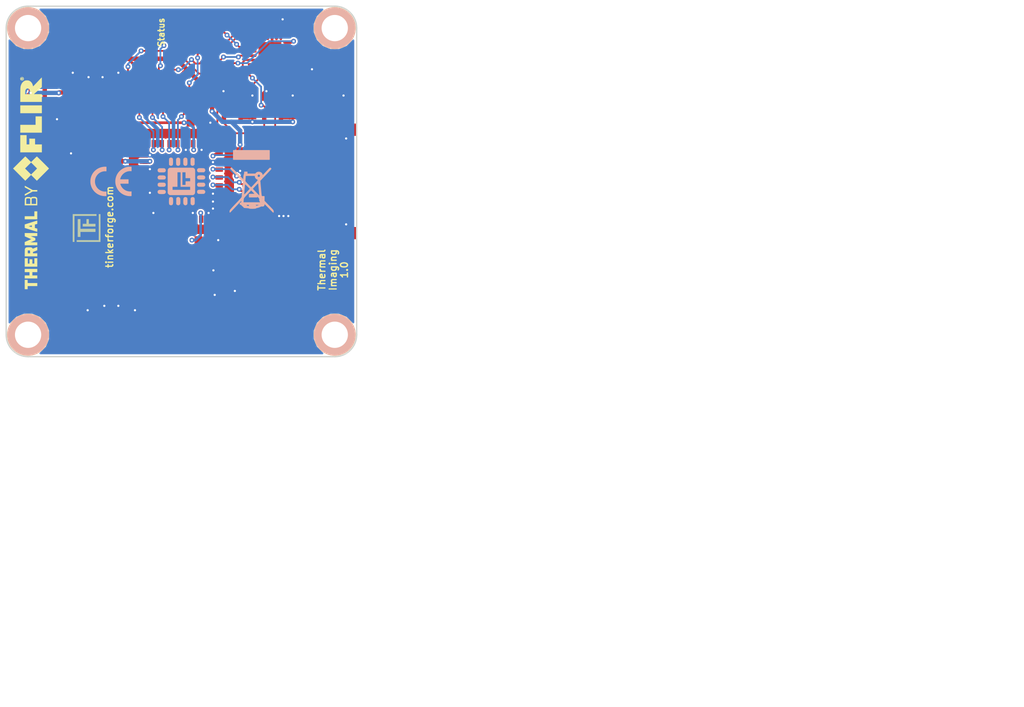
<source format=kicad_pcb>
(kicad_pcb (version 4) (host pcbnew 4.0.2+dfsg1-stable)
  (title_block (title "Thermal Imaging Bricklet") (date 2017-02-08) (rev 1.0) (company "Tinkerforge GmbH") (comment 1 "Licensed under CERN OHL v.1.1") (comment 2 "Copyright (©) 2017, B.Nordmeyer <bastian@tinkerforge.com>"))
  (layers (0 F.Cu signal) (31 B.Cu signal) (34 B.Paste user) (35 F.Paste user) (36 B.SilkS user) (37 F.SilkS user) (38 B.Mask user) (39 F.Mask user) (44 Edge.Cuts user))
  (net 0 "")
  (net 1 GND)
  (net 2 RESET)
  (net 3 M-CS)
  (net 4 M-CLK)
  (net 5 M-MISO)
  (net 6 S-MISO)
  (net 7 S-MOSI)
  (net 8 S-CLK)
  (net 9 S-CS)
  (net 10 3V3)
  (net 11 +1.2V_INT)
  (net 12 "Net-(D1-Pad2)")
  (net 13 "Net-(P2-Pad2)")
  (net 14 "Net-(Q1-Pad3)")
  (net 15 "Net-(R1-Pad1)")
  (net 16 "Net-(R2-Pad1)")
  (net 17 "Net-(R4-Pad2)")
  (net 18 SCL)
  (net 19 SDA)
  (net 20 "Net-(RP3-Pad1)")
  (net 21 "Net-(RP3-Pad2)")
  (net 22 "Net-(RP3-Pad3)")
  (net 23 "Net-(RP3-Pad7)")
  (net 24 "Net-(RP3-Pad8)")
  (net 25 VSYNC)
  (net 26 +2.8V)
  (net 27 +2.8V_INT)
  (net 28 "Net-(C16-Pad2)")
  (net 29 "Net-(P1-Pad4)")
  (net 30 "Net-(P1-Pad5)")
  (net 31 "Net-(P1-Pad6)")
  (net 32 "Net-(P3-Pad1)")
  (net 33 "Net-(P1-Pad1)")
  (net 34 "Net-(RP2-Pad6)")
  (net 35 "Net-(RP2-Pad7)")
  (net 36 "Net-(RP3-Pad4)")
  (net 37 "Net-(RP3-Pad5)")
  (net 38 "Net-(U1-Pad2)")
  (net 39 "Net-(U1-Pad3)")
  (net 40 "Net-(U1-Pad4)")
  (net 41 "Net-(U1-Pad8)")
  (net 42 "Net-(U1-Pad13)")
  (net 43 "Net-(U1-Pad15)")
  (net 44 "Net-(U1-Pad18)")
  (net 45 "Net-(U1-Pad21)")
  (net 46 "Net-(U4-Pad3)")
  (net 47 "Net-(U4-Pad4)")
  (net 48 "Net-(U4-Pad5)")
  (net 49 "Net-(U4-Pad17)")
  (net 50 "Net-(U4-Pad28)")
  (net 51 "Net-(U4-Pad29)")
  (net 52 "Net-(U4-Pad31)")
  (net 53 "Net-(U4-Pad32)")
  (module kicad-libraries:logo_therm_by_flir (layer F.Cu) (at 169.2 100.9 90)
    (fp_text reference G*** hide)
    (fp_text value LOGO hide)
  )
  (module kicad-libraries:DEBUG_PAD (layer F.Cu) (at 200 84.7)
    (fp_text reference P3)
    (fp_text value Debug)
    (pad 1 smd circle (at 0 0) (size 0.7 0.7) (layers F.Cu F.Paste F.Mask) (net 32 "Net-(P3-Pad1)"))
  )
  (module kicad-libraries:C0805 (layer F.Cu) (at 199.6 103.1 90)
    (fp_text reference C1)
    (fp_text value 10uF)
    (pad 1 smd rect (at -1.00076 0 90) (size 1.00076 1.24968) (layers F.Cu F.Paste F.Mask) (net 1 GND) (clearance 0.14986))
    (pad 2 smd rect (at 1.00076 0 90) (size 1.00076 1.24968) (layers F.Cu F.Paste F.Mask) (net 10 3V3) (clearance 0.14986))
  )
  (module kicad-libraries:CON-SENSOR2 (layer F.Cu) (at 206.4 100.9 90)
    (fp_text reference P1)
    (fp_text value CON-SENSOR)
    (pad 1 smd rect (at -3.75 -4.6 90) (size 0.6 1.8) (layers F.Cu F.Paste F.Mask) (net 33 "Net-(P1-Pad1)"))
    (pad 2 smd rect (at -2.5 -4.6 90) (size 0.6 1.8) (layers F.Cu F.Paste F.Mask) (net 1 GND))
    (pad EP smd rect (at -5.9 -1.2 90) (size 1.4 2.4) (layers F.Cu F.Paste F.Mask) (net 1 GND))
    (pad EP smd rect (at 5.9 -1.2 90) (size 1.4 2.4) (layers F.Cu F.Paste F.Mask) (net 1 GND))
    (pad 3 smd rect (at -1.25 -4.6 90) (size 0.6 1.8) (layers F.Cu F.Paste F.Mask) (net 10 3V3))
    (pad 4 smd rect (at 0 -4.6 90) (size 0.6 1.8) (layers F.Cu F.Paste F.Mask) (net 29 "Net-(P1-Pad4)"))
    (pad 5 smd rect (at 1.25 -4.6 90) (size 0.6 1.8) (layers F.Cu F.Paste F.Mask) (net 30 "Net-(P1-Pad5)"))
    (pad 6 smd rect (at 2.5 -4.6 90) (size 0.6 1.8) (layers F.Cu F.Paste F.Mask) (net 31 "Net-(P1-Pad6)"))
    (pad 7 smd rect (at 3.75 -4.6 90) (size 0.6 1.8) (layers F.Cu F.Paste F.Mask) (net 28 "Net-(C16-Pad2)"))
  )
  (module kicad-libraries:SOT23-3 (layer F.Cu) (at 176.6 90 180)
    (fp_text reference U6)
    (fp_text value AP7333-28SAG)
    (pad 1 smd rect (at 0.889 -1.016 180) (size 0.9144 0.9144) (layers F.Cu F.Paste F.Mask) (net 10 3V3))
    (pad 2 smd rect (at -0.889 -1.016 180) (size 0.9144 0.9144) (layers F.Cu F.Paste F.Mask) (net 27 +2.8V_INT))
    (pad 3 smd rect (at 0 1.00076 180) (size 0.9144 0.9144) (layers F.Cu F.Paste F.Mask) (net 1 GND))
  )
  (module kicad-libraries:SOT23-3 (layer F.Cu) (at 178.4 114.1)
    (fp_text reference U5)
    (fp_text value AP7333-28SAG)
    (pad 1 smd rect (at 0.889 -1.016) (size 0.9144 0.9144) (layers F.Cu F.Paste F.Mask) (net 10 3V3))
    (pad 2 smd rect (at -0.889 -1.016) (size 0.9144 0.9144) (layers F.Cu F.Paste F.Mask) (net 26 +2.8V))
    (pad 3 smd rect (at 0 1.00076) (size 0.9144 0.9144) (layers F.Cu F.Paste F.Mask) (net 1 GND))
  )
  (module kicad-libraries:SOT23-5 (layer F.Cu) (at 196.8 92.5 180)
    (fp_text reference U3)
    (fp_text value 74LVC1G17)
    (pad 1 smd rect (at -0.94996 1.19888 180) (size 0.50038 0.8001) (layers F.Cu F.Paste F.Mask))
    (pad 2 smd rect (at 0 1.19888 180) (size 0.50038 0.8001) (layers F.Cu F.Paste F.Mask) (net 3 M-CS))
    (pad 3 smd rect (at 0.94996 1.19888 180) (size 0.50038 0.8001) (layers F.Cu F.Paste F.Mask) (net 1 GND))
    (pad 5 smd rect (at -0.94996 -1.19888 180) (size 0.50038 0.8001) (layers F.Cu F.Paste F.Mask) (net 26 +2.8V))
    (pad 4 smd rect (at 0.94996 -1.19888 180) (size 0.50038 0.8001) (layers F.Cu F.Paste F.Mask) (net 24 "Net-(RP3-Pad8)"))
  )
  (module kicad-libraries:SOT23-5 (layer F.Cu) (at 192.2 92.5 180)
    (fp_text reference U2)
    (fp_text value 74LVC1G17)
    (pad 1 smd rect (at -0.94996 1.19888 180) (size 0.50038 0.8001) (layers F.Cu F.Paste F.Mask))
    (pad 2 smd rect (at 0 1.19888 180) (size 0.50038 0.8001) (layers F.Cu F.Paste F.Mask) (net 4 M-CLK))
    (pad 3 smd rect (at 0.94996 1.19888 180) (size 0.50038 0.8001) (layers F.Cu F.Paste F.Mask) (net 1 GND))
    (pad 5 smd rect (at -0.94996 -1.19888 180) (size 0.50038 0.8001) (layers F.Cu F.Paste F.Mask) (net 26 +2.8V))
    (pad 4 smd rect (at 0.94996 -1.19888 180) (size 0.50038 0.8001) (layers F.Cu F.Paste F.Mask) (net 23 "Net-(RP3-Pad7)"))
  )
  (module kicad-libraries:0603X4 (layer F.Cu) (at 194.8 101.6 90)
    (fp_text reference RP3)
    (fp_text value 220)
    (pad 1 smd rect (at 1.19888 -0.8509 90) (size 0.44958 0.89916) (layers F.Cu F.Paste F.Mask) (net 20 "Net-(RP3-Pad1)"))
    (pad 2 smd rect (at 0.39878 -0.8509 90) (size 0.44958 0.89916) (layers F.Cu F.Paste F.Mask) (net 21 "Net-(RP3-Pad2)"))
    (pad 3 smd rect (at -0.39878 -0.8509 90) (size 0.44958 0.89916) (layers F.Cu F.Paste F.Mask) (net 22 "Net-(RP3-Pad3)"))
    (pad 4 smd rect (at -1.19888 -0.8509 90) (size 0.44958 0.89916) (layers F.Cu F.Paste F.Mask) (net 36 "Net-(RP3-Pad4)"))
    (pad 5 smd rect (at -1.19888 0.8509 90) (size 0.44958 0.89916) (layers F.Cu F.Paste F.Mask) (net 37 "Net-(RP3-Pad5)"))
    (pad 6 smd rect (at -0.39878 0.8509 90) (size 0.44958 0.89916) (layers F.Cu F.Paste F.Mask) (net 5 M-MISO))
    (pad 7 smd rect (at 0.39878 0.8509 90) (size 0.44958 0.89916) (layers F.Cu F.Paste F.Mask) (net 23 "Net-(RP3-Pad7)"))
    (pad 8 smd rect (at 1.19888 0.8509 90) (size 0.44958 0.89916) (layers F.Cu F.Paste F.Mask) (net 24 "Net-(RP3-Pad8)"))
  )
  (module kicad-libraries:0603X4 (layer F.Cu) (at 185.5 91.6)
    (fp_text reference RP2)
    (fp_text value 1k)
    (pad 1 smd rect (at 1.19888 -0.8509) (size 0.44958 0.89916) (layers F.Cu F.Paste F.Mask) (net 26 +2.8V))
    (pad 2 smd rect (at 0.39878 -0.8509) (size 0.44958 0.89916) (layers F.Cu F.Paste F.Mask) (net 26 +2.8V))
    (pad 3 smd rect (at -0.39878 -0.8509) (size 0.44958 0.89916) (layers F.Cu F.Paste F.Mask) (net 26 +2.8V))
    (pad 4 smd rect (at -1.19888 -0.8509) (size 0.44958 0.89916) (layers F.Cu F.Paste F.Mask) (net 26 +2.8V))
    (pad 5 smd rect (at -1.19888 0.8509) (size 0.44958 0.89916) (layers F.Cu F.Paste F.Mask) (net 19 SDA))
    (pad 6 smd rect (at -0.39878 0.8509) (size 0.44958 0.89916) (layers F.Cu F.Paste F.Mask) (net 34 "Net-(RP2-Pad6)"))
    (pad 7 smd rect (at 0.39878 0.8509) (size 0.44958 0.89916) (layers F.Cu F.Paste F.Mask) (net 35 "Net-(RP2-Pad7)"))
    (pad 8 smd rect (at 1.19888 0.8509) (size 0.44958 0.89916) (layers F.Cu F.Paste F.Mask) (net 18 SCL))
  )
  (module kicad-libraries:4X0402 (layer F.Cu) (at 201 90.2 225)
    (fp_text reference RP1)
    (fp_text value 82)
    (pad 1 smd rect (at -0.7493 0.575 45) (size 0.29972 0.65) (layers F.Cu F.Paste F.Mask) (net 6 S-MISO))
    (pad 2 smd rect (at -0.24892 0.575 45) (size 0.29972 0.65) (layers F.Cu F.Paste F.Mask) (net 7 S-MOSI))
    (pad 3 smd rect (at 0.24892 0.575 45) (size 0.29972 0.65) (layers F.Cu F.Paste F.Mask) (net 8 S-CLK))
    (pad 4 smd rect (at 0.7493 0.575 45) (size 0.29972 0.65) (layers F.Cu F.Paste F.Mask) (net 9 S-CS))
    (pad 5 smd rect (at 0.7493 -0.575 225) (size 0.29972 0.65) (layers F.Cu F.Paste F.Mask) (net 29 "Net-(P1-Pad4)"))
    (pad 6 smd rect (at 0.24892 -0.575 225) (size 0.29972 0.65) (layers F.Cu F.Paste F.Mask) (net 30 "Net-(P1-Pad5)"))
    (pad 7 smd rect (at -0.24892 -0.575 225) (size 0.29972 0.65) (layers F.Cu F.Paste F.Mask) (net 31 "Net-(P1-Pad6)"))
    (pad 8 smd rect (at -0.7493 -0.575 225) (size 0.29972 0.65) (layers F.Cu F.Paste F.Mask) (net 28 "Net-(C16-Pad2)"))
  )
  (module kicad-libraries:R0603F (layer F.Cu) (at 178.5 98.6)
    (fp_text reference R4)
    (fp_text value 100)
    (pad 1 smd rect (at -0.75 0) (size 0.9 0.9) (layers F.Cu F.Paste F.Mask) (net 14 "Net-(Q1-Pad3)"))
    (pad 2 smd rect (at 0.75 0) (size 0.9 0.9) (layers F.Cu F.Paste F.Mask) (net 17 "Net-(R4-Pad2)"))
  )
  (module kicad-libraries:R0603F (layer F.Cu) (at 181.6 91.6 90)
    (fp_text reference R3)
    (fp_text value 1k)
    (pad 1 smd rect (at -0.75 0 90) (size 0.9 0.9) (layers F.Cu F.Paste F.Mask) (net 2 RESET))
    (pad 2 smd rect (at 0.75 0 90) (size 0.9 0.9) (layers F.Cu F.Paste F.Mask) (net 26 +2.8V))
  )
  (module kicad-libraries:R0603F (layer F.Cu) (at 183.1 91.6 90)
    (fp_text reference R2)
    (fp_text value 1k)
    (pad 1 smd rect (at -0.75 0 90) (size 0.9 0.9) (layers F.Cu F.Paste F.Mask) (net 16 "Net-(R2-Pad1)"))
    (pad 2 smd rect (at 0.75 0 90) (size 0.9 0.9) (layers F.Cu F.Paste F.Mask) (net 26 +2.8V))
  )
  (module kicad-libraries:R0603F (layer F.Cu) (at 189.7 83.9 180)
    (fp_text reference R1)
    (fp_text value 1k)
    (pad 1 smd rect (at -0.75 0 180) (size 0.9 0.9) (layers F.Cu F.Paste F.Mask) (net 15 "Net-(R1-Pad1)"))
    (pad 2 smd rect (at 0.75 0 180) (size 0.9 0.9) (layers F.Cu F.Paste F.Mask) (net 12 "Net-(D1-Pad2)"))
  )
  (module kicad-libraries:C0603F (layer F.Cu) (at 189.3 111.8 180)
    (fp_text reference C15)
    (fp_text value 1uF)
    (pad 1 smd rect (at -0.75 0 180) (size 0.9 0.9) (layers F.Cu F.Paste F.Mask) (net 1 GND))
    (pad 2 smd rect (at 0.75 0 180) (size 0.9 0.9) (layers F.Cu F.Paste F.Mask) (net 11 +1.2V_INT))
  )
  (module kicad-libraries:C0603F (layer F.Cu) (at 179.2 90 270)
    (fp_text reference C14)
    (fp_text value 1uF)
    (pad 1 smd rect (at -0.75 0 270) (size 0.9 0.9) (layers F.Cu F.Paste F.Mask) (net 1 GND))
    (pad 2 smd rect (at 0.75 0 270) (size 0.9 0.9) (layers F.Cu F.Paste F.Mask) (net 27 +2.8V_INT))
  )
  (module kicad-libraries:C0603F (layer F.Cu) (at 175.7 114.1 90)
    (fp_text reference C13)
    (fp_text value 1uF)
    (pad 1 smd rect (at -0.75 0 90) (size 0.9 0.9) (layers F.Cu F.Paste F.Mask) (net 1 GND))
    (pad 2 smd rect (at 0.75 0 90) (size 0.9 0.9) (layers F.Cu F.Paste F.Mask) (net 26 +2.8V))
  )
  (module kicad-libraries:C0603F (layer F.Cu) (at 172.2 95.3 90)
    (fp_text reference C12)
    (fp_text value 100nF)
    (pad 1 smd rect (at -0.75 0 90) (size 0.9 0.9) (layers F.Cu F.Paste F.Mask) (net 26 +2.8V))
    (pad 2 smd rect (at 0.75 0 90) (size 0.9 0.9) (layers F.Cu F.Paste F.Mask) (net 1 GND))
  )
  (module kicad-libraries:C0603F (layer F.Cu) (at 191.75 114.15 270)
    (fp_text reference C11)
    (fp_text value 1uF)
    (pad 1 smd rect (at -0.75 0 270) (size 0.9 0.9) (layers F.Cu F.Paste F.Mask) (net 1 GND))
    (pad 2 smd rect (at 0.75 0 270) (size 0.9 0.9) (layers F.Cu F.Paste F.Mask) (net 10 3V3))
  )
  (module kicad-libraries:C0603F (layer F.Cu) (at 174 90 270)
    (fp_text reference C10)
    (fp_text value 1uF)
    (pad 1 smd rect (at -0.75 0 270) (size 0.9 0.9) (layers F.Cu F.Paste F.Mask) (net 1 GND))
    (pad 2 smd rect (at 0.75 0 270) (size 0.9 0.9) (layers F.Cu F.Paste F.Mask) (net 10 3V3))
  )
  (module kicad-libraries:C0603F (layer F.Cu) (at 181.1 114.1 90)
    (fp_text reference C9)
    (fp_text value 1uF)
    (pad 1 smd rect (at -0.75 0 90) (size 0.9 0.9) (layers F.Cu F.Paste F.Mask) (net 1 GND))
    (pad 2 smd rect (at 0.75 0 90) (size 0.9 0.9) (layers F.Cu F.Paste F.Mask) (net 10 3V3))
  )
  (module kicad-libraries:C0603F (layer F.Cu) (at 188.2 94.2)
    (fp_text reference C8)
    (fp_text value 100nF)
    (pad 1 smd rect (at -0.75 0) (size 0.9 0.9) (layers F.Cu F.Paste F.Mask) (net 27 +2.8V_INT))
    (pad 2 smd rect (at 0.75 0) (size 0.9 0.9) (layers F.Cu F.Paste F.Mask) (net 1 GND))
  )
  (module kicad-libraries:C0603F (layer F.Cu) (at 193.1 98.2 270)
    (fp_text reference C7)
    (fp_text value 100nF)
    (pad 1 smd rect (at -0.75 0 270) (size 0.9 0.9) (layers F.Cu F.Paste F.Mask) (net 26 +2.8V))
    (pad 2 smd rect (at 0.75 0 270) (size 0.9 0.9) (layers F.Cu F.Paste F.Mask) (net 1 GND))
  )
  (module kicad-libraries:C0603F (layer F.Cu) (at 189.1 107.6 180)
    (fp_text reference C6)
    (fp_text value 100nF)
    (pad 1 smd rect (at -0.75 0 180) (size 0.9 0.9) (layers F.Cu F.Paste F.Mask) (net 1 GND))
    (pad 2 smd rect (at 0.75 0 180) (size 0.9 0.9) (layers F.Cu F.Paste F.Mask) (net 11 +1.2V_INT))
  )
  (module kicad-libraries:C0603F (layer F.Cu) (at 194.5 92.6 90)
    (fp_text reference C5)
    (fp_text value 100nF)
    (pad 1 smd rect (at -0.75 0 90) (size 0.9 0.9) (layers F.Cu F.Paste F.Mask) (net 26 +2.8V))
    (pad 2 smd rect (at 0.75 0 90) (size 0.9 0.9) (layers F.Cu F.Paste F.Mask) (net 1 GND))
  )
  (module kicad-libraries:C0603F (layer F.Cu) (at 199.1 92.6 90)
    (fp_text reference C4)
    (fp_text value 100nF)
    (pad 1 smd rect (at -0.75 0 90) (size 0.9 0.9) (layers F.Cu F.Paste F.Mask) (net 26 +2.8V))
    (pad 2 smd rect (at 0.75 0 90) (size 0.9 0.9) (layers F.Cu F.Paste F.Mask) (net 1 GND))
  )
  (module kicad-libraries:C0603F (layer F.Cu) (at 198.1 103.35 90)
    (fp_text reference C2)
    (fp_text value 1uF)
    (pad 1 smd rect (at -0.75 0 90) (size 0.9 0.9) (layers F.Cu F.Paste F.Mask) (net 1 GND))
    (pad 2 smd rect (at 0.75 0 90) (size 0.9 0.9) (layers F.Cu F.Paste F.Mask) (net 10 3V3))
  )
  (module kicad-libraries:WEEE_7mm (layer B.Cu) (at 194.4 100.9)
    (fp_text reference G*** hide)
    (fp_text value LOGO hide)
  )
  (module kicad-libraries:Logo_CoMCU (layer B.Cu) (at 186.4 100.9)
    (fp_text reference G*** hide)
    (fp_text value LOGO hide)
  )
  (module kicad-libraries:CE_5mm (layer B.Cu) (at 178.4 100.9)
    (fp_text reference VAL hide)
    (fp_text value CE_5mm hide)
  )
  (module kicad-libraries:Logo_31x31 (layer F.Cu) (at 174 107.8 90)
    (fp_text reference G*** hide)
    (fp_text value Logo_31x31 hide)
  )
  (module kicad-libraries:Fiducial_Mark (layer F.Cu) (at 199.4 82.9)
    (fp_text reference Fiducial_Mark hide)
    (fp_text value VAL** hide)
    (pad 1 smd circle (at 0 0) (size 1.00076 1.00076) (layers F.Cu F.Paste F.Mask) (clearance 0.65024))
  )
  (module kicad-libraries:Fiducial_Mark (layer F.Cu) (at 176.4 84.9)
    (fp_text reference Fiducial_Mark hide)
    (fp_text value VAL** hide)
    (pad 1 smd circle (at 0 0) (size 1.00076 1.00076) (layers F.Cu F.Paste F.Mask) (clearance 0.65024))
  )
  (module kicad-libraries:Fiducial_Mark (layer F.Cu) (at 174.4 118.9)
    (fp_text reference Fiducial_Mark hide)
    (fp_text value VAL** hide)
    (pad 1 smd circle (at 0 0) (size 1.00076 1.00076) (layers F.Cu F.Paste F.Mask) (clearance 0.65024))
  )
  (module kicad-libraries:Fiducial_Mark (layer F.Cu) (at 200.4 114.9)
    (fp_text reference Fiducial_Mark hide)
    (fp_text value VAL** hide)
    (pad 1 smd circle (at 0 0) (size 1.00076 1.00076) (layers F.Cu F.Paste F.Mask) (clearance 0.65024))
  )
  (module kicad-libraries:DRILL_NP (layer F.Cu) (at 203.9 83.4)
    (fp_text reference U11 hide)
    (fp_text value DRILL hide)
    (pad "" np_thru_hole circle (at 0 0) (size 2.99974 2.99974) (drill 2.99974) (layers *.Cu *.Mask F.SilkS) (clearance 0.89916))
  )
  (module kicad-libraries:DRILL_NP (layer F.Cu) (at 168.9 118.4)
    (fp_text reference U10 hide)
    (fp_text value DRILL hide)
    (pad "" np_thru_hole circle (at 0 0) (size 2.99974 2.99974) (drill 2.99974) (layers *.Cu *.Mask F.SilkS) (clearance 0.89916))
  )
  (module kicad-libraries:DRILL_NP (layer F.Cu) (at 168.9 83.4)
    (fp_text reference U9 hide)
    (fp_text value DRILL hide)
    (pad "" np_thru_hole circle (at 0 0) (size 2.99974 2.99974) (drill 2.99974) (layers *.Cu *.Mask F.SilkS) (clearance 0.89916))
  )
  (module kicad-libraries:DRILL_NP (layer F.Cu) (at 203.9 118.4)
    (fp_text reference U8 hide)
    (fp_text value DRILL hide)
    (pad "" np_thru_hole circle (at 0 0) (size 2.99974 2.99974) (drill 2.99974) (layers *.Cu *.Mask F.SilkS) (clearance 0.89916))
  )
  (module kicad-libraries:QFN24-4x4mm-0.5mm (layer F.Cu) (at 196.5 86.3 180)
    (fp_text reference U1)
    (fp_text value XMC1302-32)
    (pad 1 smd oval (at -2.025 -1.25 180) (size 1 0.3) (layers F.Cu F.Paste F.Mask) (net 6 S-MISO))
    (pad 2 smd oval (at -2.025 -0.75 180) (size 1 0.3) (layers F.Cu F.Paste F.Mask) (net 38 "Net-(U1-Pad2)"))
    (pad 3 smd oval (at -2.025 -0.25 180) (size 1 0.3) (layers F.Cu F.Paste F.Mask) (net 39 "Net-(U1-Pad3)"))
    (pad 4 smd oval (at -2.025 0.25 180) (size 1 0.3) (layers F.Cu F.Paste F.Mask) (net 40 "Net-(U1-Pad4)"))
    (pad 5 smd oval (at -2.025 0.75 180) (size 1 0.3) (layers F.Cu F.Paste F.Mask) (net 13 "Net-(P2-Pad2)"))
    (pad 6 smd oval (at -2.025 1.25 180) (size 1 0.3) (layers F.Cu F.Paste F.Mask) (net 25 VSYNC))
    (pad 7 smd oval (at -1.25 2.025 270) (size 1 0.3) (layers F.Cu F.Paste F.Mask) (net 32 "Net-(P3-Pad1)"))
    (pad 8 smd oval (at -0.75 2.025 270) (size 1 0.3) (layers F.Cu F.Paste F.Mask) (net 41 "Net-(U1-Pad8)"))
    (pad 9 smd oval (at -0.25 2.025 270) (size 1 0.3) (layers F.Cu F.Paste F.Mask) (net 1 GND))
    (pad 10 smd oval (at 0.25 2.025 270) (size 1 0.3) (layers F.Cu F.Paste F.Mask) (net 10 3V3))
    (pad 11 smd oval (at 0.75 2.025 270) (size 1 0.3) (layers F.Cu F.Paste F.Mask) (net 18 SCL))
    (pad 12 smd oval (at 1.25 2.025 270) (size 1 0.3) (layers F.Cu F.Paste F.Mask) (net 19 SDA))
    (pad 13 smd oval (at 2.025 1.25 180) (size 1 0.3) (layers F.Cu F.Paste F.Mask) (net 42 "Net-(U1-Pad13)"))
    (pad 14 smd oval (at 2.025 0.75 180) (size 1 0.3) (layers F.Cu F.Paste F.Mask) (net 15 "Net-(R1-Pad1)"))
    (pad 15 smd oval (at 2.025 0.25 180) (size 1 0.3) (layers F.Cu F.Paste F.Mask) (net 43 "Net-(U1-Pad15)"))
    (pad 16 smd oval (at 2.025 -0.25 180) (size 1 0.3) (layers F.Cu F.Paste F.Mask) (net 2 RESET))
    (pad 17 smd oval (at 2.025 -0.75 180) (size 1 0.3) (layers F.Cu F.Paste F.Mask) (net 5 M-MISO))
    (pad 18 smd oval (at 2.025 -1.25 180) (size 1 0.3) (layers F.Cu F.Paste F.Mask) (net 44 "Net-(U1-Pad18)"))
    (pad 19 smd oval (at 1.25 -2.025 270) (size 1 0.3) (layers F.Cu F.Paste F.Mask) (net 4 M-CLK))
    (pad 20 smd oval (at 0.75 -2.025 270) (size 1 0.3) (layers F.Cu F.Paste F.Mask) (net 3 M-CS))
    (pad 21 smd oval (at 0.25 -2.025 270) (size 1 0.3) (layers F.Cu F.Paste F.Mask) (net 45 "Net-(U1-Pad21)"))
    (pad 22 smd oval (at -0.25 -2.025 270) (size 1 0.3) (layers F.Cu F.Paste F.Mask) (net 9 S-CS))
    (pad 23 smd oval (at -0.75 -2.025 270) (size 1 0.3) (layers F.Cu F.Paste F.Mask) (net 8 S-CLK))
    (pad 24 smd oval (at -1.25 -2.025 270) (size 1 0.3) (layers F.Cu F.Paste F.Mask) (net 7 S-MOSI))
    (pad EXP smd rect (at 0.65 0.65 180) (size 1.3 1.3) (layers F.Cu F.Paste F.Mask) (net 1 GND))
    (pad EXP smd rect (at 0.65 -0.65 180) (size 1.3 1.3) (layers F.Cu F.Paste F.Mask) (net 1 GND))
    (pad EXP smd rect (at -0.65 0.65 180) (size 1.3 1.3) (layers F.Cu F.Paste F.Mask) (net 1 GND))
    (pad EXP smd rect (at -0.65 -0.65 180) (size 1.3 1.3) (layers F.Cu F.Paste F.Mask) (net 1 GND))
  )
  (module kicad-libraries:SolderJumper (layer F.Cu) (at 204.9 90 90)
    (fp_text reference P2)
    (fp_text value Boot)
    (pad 2 smd rect (at 0.55 0 90) (size 0.3 1.4) (layers F.Cu F.Mask) (net 13 "Net-(P2-Pad2)"))
    (pad 2 smd rect (at 0.15 0 90) (size 0.6 0.5) (layers F.Cu F.Mask) (net 13 "Net-(P2-Pad2)"))
    (pad 1 smd rect (at -0.5 0 90) (size 0.4 1.4) (layers F.Cu F.Mask) (net 1 GND))
    (pad 1 smd rect (at -0.225 0.55 90) (size 0.95 0.3) (layers F.Cu F.Mask) (net 1 GND))
    (pad 1 smd rect (at -0.225 -0.55 90) (size 0.95 0.3) (layers F.Cu F.Mask) (net 1 GND))
  )
  (module kicad-libraries:C0603F (layer F.Cu) (at 196.5 82.4 180)
    (fp_text reference C3)
    (fp_text value 100nF)
    (pad 1 smd rect (at -0.75 0 180) (size 0.9 0.9) (layers F.Cu F.Paste F.Mask) (net 1 GND))
    (pad 2 smd rect (at 0.75 0 180) (size 0.9 0.9) (layers F.Cu F.Paste F.Mask) (net 10 3V3))
  )
  (module kicad-libraries:CRYSTAL_5032 (layer F.Cu) (at 175 97.3 270)
    (fp_text reference Q1)
    (fp_text value 25MHz)
    (pad 2 smd rect (at 1.27 1.15 270) (size 1.2 1.1) (layers F.Cu F.Paste F.Mask) (net 1 GND))
    (pad 1 smd rect (at -1.27 1.15 270) (size 1.2 1.1) (layers F.Cu F.Paste F.Mask) (net 26 +2.8V))
    (pad 4 smd rect (at -1.27 -1.15 270) (size 1.2 1.1) (layers F.Cu F.Paste F.Mask) (net 26 +2.8V))
    (pad 3 smd rect (at 1.27 -1.15 270) (size 1.2 1.1) (layers F.Cu F.Paste F.Mask) (net 14 "Net-(Q1-Pad3)"))
  )
  (module kicad-libraries:SOT23-3R (layer F.Cu) (at 189.3 114.1)
    (fp_text reference U7)
    (fp_text value MCP1700T-1202E/TT)
    (pad 3 smd rect (at 0.889 -1.016) (size 0.9144 0.9144) (layers F.Cu F.Paste F.Mask) (net 1 GND))
    (pad 2 smd rect (at -0.889 -1.016) (size 0.9144 0.9144) (layers F.Cu F.Paste F.Mask) (net 11 +1.2V_INT))
    (pad 1 smd rect (at 0 1.00076) (size 0.9144 0.9144) (layers F.Cu F.Paste F.Mask) (net 10 3V3))
  )
  (module kicad-libraries:D0603F (layer F.Cu) (at 186.4 83.9)
    (fp_text reference D1)
    (fp_text value "LED blue")
    (pad 1 smd rect (at -0.75 0) (size 0.9 0.9) (layers F.Cu F.Paste F.Mask) (net 10 3V3))
    (pad 2 smd rect (at 0.75 0) (size 0.9 0.9) (layers F.Cu F.Paste F.Mask) (net 12 "Net-(D1-Pad2)"))
  )
  (module kicad-libraries:Lepton_105028 (layer F.Cu) (at 186.4 100.9 90)
    (fp_text reference U4)
    (fp_text value FLIR-Lepton)
    (pad 1 smd rect (at -4.31 -3.15 90) (size 0.84 0.5) (layers F.Cu F.Paste F.Mask) (net 1 GND))
    (pad 2 smd rect (at -4.31 -2.25 90) (size 0.84 0.5) (layers F.Cu F.Paste F.Mask) (net 25 VSYNC))
    (pad 3 smd rect (at -4.31 -1.35 90) (size 0.84 0.5) (layers F.Cu F.Paste F.Mask) (net 46 "Net-(U4-Pad3)"))
    (pad 4 smd rect (at -4.31 -0.45 90) (size 0.84 0.5) (layers F.Cu F.Paste F.Mask) (net 47 "Net-(U4-Pad4)"))
    (pad 5 smd rect (at -4.31 0.45 90) (size 0.84 0.5) (layers F.Cu F.Paste F.Mask) (net 48 "Net-(U4-Pad5)"))
    (pad 6 smd rect (at -4.31 1.35 90) (size 0.84 0.5) (layers F.Cu F.Paste F.Mask) (net 1 GND))
    (pad 7 smd rect (at -4.31 2.25 90) (size 0.84 0.5) (layers F.Cu F.Paste F.Mask) (net 11 +1.2V_INT))
    (pad 8 smd rect (at -4.31 3.15 90) (size 0.84 0.5) (layers F.Cu F.Paste F.Mask) (net 1 GND))
    (pad 9 smd rect (at -3.15 4.31 90) (size 0.5 0.84) (layers F.Cu F.Paste F.Mask) (net 1 GND))
    (pad 10 smd rect (at -2.25 4.31 90) (size 0.5 0.84) (layers F.Cu F.Paste F.Mask) (net 1 GND))
    (pad 11 smd rect (at -1.35 4.31 90) (size 0.5 0.84) (layers F.Cu F.Paste F.Mask) (net 1 GND))
    (pad 12 smd rect (at -0.45 4.31 90) (size 0.5 0.84) (layers F.Cu F.Paste F.Mask) (net 22 "Net-(RP3-Pad3)"))
    (pad 13 smd rect (at 0.45 4.31 90) (size 0.5 0.84) (layers F.Cu F.Paste F.Mask) (net 21 "Net-(RP3-Pad2)"))
    (pad 14 smd rect (at 1.35 4.31 90) (size 0.5 0.84) (layers F.Cu F.Paste F.Mask) (net 20 "Net-(RP3-Pad1)"))
    (pad 15 smd rect (at 2.25 4.31 90) (size 0.5 0.84) (layers F.Cu F.Paste F.Mask) (net 1 GND))
    (pad 16 smd rect (at 3.15 4.31 90) (size 0.5 0.84) (layers F.Cu F.Paste F.Mask) (net 26 +2.8V))
    (pad 17 smd rect (at 4.31 3.15 90) (size 0.84 0.5) (layers F.Cu F.Paste F.Mask) (net 49 "Net-(U4-Pad17)"))
    (pad 18 smd rect (at 4.31 2.25 90) (size 0.84 0.5) (layers F.Cu F.Paste F.Mask) (net 1 GND))
    (pad 19 smd rect (at 4.31 1.35 90) (size 0.84 0.5) (layers F.Cu F.Paste F.Mask) (net 27 +2.8V_INT))
    (pad 20 smd rect (at 4.31 0.45 90) (size 0.84 0.5) (layers F.Cu F.Paste F.Mask) (net 1 GND))
    (pad 21 smd rect (at 4.31 -0.45 90) (size 0.84 0.5) (layers F.Cu F.Paste F.Mask) (net 18 SCL))
    (pad 22 smd rect (at 4.31 -1.35 90) (size 0.84 0.5) (layers F.Cu F.Paste F.Mask) (net 19 SDA))
    (pad 23 smd rect (at 4.31 -2.25 90) (size 0.84 0.5) (layers F.Cu F.Paste F.Mask) (net 16 "Net-(R2-Pad1)"))
    (pad 24 smd rect (at 4.31 -3.15 90) (size 0.84 0.5) (layers F.Cu F.Paste F.Mask) (net 2 RESET))
    (pad 25 smd rect (at 3.15 -4.31 90) (size 0.5 0.84) (layers F.Cu F.Paste F.Mask) (net 1 GND))
    (pad 26 smd rect (at 2.25 -4.31 90) (size 0.5 0.84) (layers F.Cu F.Paste F.Mask) (net 17 "Net-(R4-Pad2)"))
    (pad 27 smd rect (at 1.35 -4.31 90) (size 0.5 0.84) (layers F.Cu F.Paste F.Mask) (net 1 GND))
    (pad 28 smd rect (at 0.45 -4.31 90) (size 0.5 0.84) (layers F.Cu F.Paste F.Mask) (net 50 "Net-(U4-Pad28)"))
    (pad 29 smd rect (at -0.45 -4.31 90) (size 0.5 0.84) (layers F.Cu F.Paste F.Mask) (net 51 "Net-(U4-Pad29)"))
    (pad 30 smd rect (at -1.35 -4.31 90) (size 0.5 0.84) (layers F.Cu F.Paste F.Mask) (net 1 GND))
    (pad 31 smd rect (at -2.25 -4.31 90) (size 0.5 0.84) (layers F.Cu F.Paste F.Mask) (net 52 "Net-(U4-Pad31)"))
    (pad 32 smd rect (at -3.15 -4.31 90) (size 0.5 0.84) (layers F.Cu F.Paste F.Mask) (net 53 "Net-(U4-Pad32)"))
    (pad SHD smd rect (at -5.3 -3.83 90) (size 0.65 1.1) (layers F.Cu F.Paste F.Mask) (net 1 GND))
    (pad SHD smd rect (at -5.3 0 90) (size 0.65 0.65) (layers F.Cu F.Paste F.Mask) (net 1 GND))
    (pad SHD smd rect (at -5.3 -0.9 90) (size 0.65 0.65) (layers F.Cu F.Paste F.Mask) (net 1 GND))
    (pad SHD smd rect (at -5.3 -1.8 90) (size 0.65 0.65) (layers F.Cu F.Paste F.Mask) (net 1 GND))
    (pad SHD smd rect (at -5.3 -2.7 90) (size 0.65 0.65) (layers F.Cu F.Paste F.Mask) (net 1 GND))
    (pad SHD smd rect (at -5.3 0.9 90) (size 0.65 0.65) (layers F.Cu F.Paste F.Mask) (net 1 GND))
    (pad SHD smd rect (at -5.3 1.8 90) (size 0.65 0.65) (layers F.Cu F.Paste F.Mask) (net 1 GND))
    (pad SHD smd rect (at -5.3 2.7 90) (size 0.65 0.65) (layers F.Cu F.Paste F.Mask) (net 1 GND))
    (pad SHD smd rect (at -5.3 3.83 90) (size 0.65 1.1) (layers F.Cu F.Paste F.Mask) (net 1 GND))
    (pad SHD smd rect (at 5.3 -3.83 90) (size 0.65 1.1) (layers F.Cu F.Paste F.Mask) (net 1 GND))
    (pad SHD smd rect (at 5.3 3.83 90) (size 0.65 1.1) (layers F.Cu F.Paste F.Mask) (net 1 GND))
    (pad SHD smd rect (at -3.83 5.3 90) (size 1.1 0.65) (layers F.Cu F.Paste F.Mask) (net 1 GND))
    (pad SHD smd rect (at 3.83 5.3 90) (size 1.1 0.65) (layers F.Cu F.Paste F.Mask) (net 1 GND))
    (pad SHD smd rect (at -3.83 -5.3 90) (size 1.1 0.65) (layers F.Cu F.Paste F.Mask) (net 1 GND))
    (pad SHD smd rect (at 3.83 -5.3 90) (size 1.1 0.65) (layers F.Cu F.Paste F.Mask) (net 1 GND))
    (pad SHD smd rect (at -2.7 5.3 90) (size 0.65 0.65) (layers F.Cu F.Paste F.Mask) (net 1 GND))
    (pad SHD smd rect (at -1.8 5.3 90) (size 0.65 0.65) (layers F.Cu F.Paste F.Mask) (net 1 GND))
    (pad SHD smd rect (at -0.9 5.3 90) (size 0.65 0.65) (layers F.Cu F.Paste F.Mask) (net 1 GND))
    (pad SHD smd rect (at 0 5.3 90) (size 0.65 0.65) (layers F.Cu F.Paste F.Mask) (net 1 GND))
    (pad SHD smd rect (at 0.9 5.3 90) (size 0.65 0.65) (layers F.Cu F.Paste F.Mask) (net 1 GND))
    (pad SHD smd rect (at 1.8 5.3 90) (size 0.65 0.65) (layers F.Cu F.Paste F.Mask) (net 1 GND))
    (pad SHD smd rect (at 2.7 5.3 90) (size 0.65 0.65) (layers F.Cu F.Paste F.Mask) (net 1 GND))
    (pad SHD smd rect (at 5.3 2.7 90) (size 0.65 0.65) (layers F.Cu F.Paste F.Mask) (net 1 GND))
    (pad SHD smd rect (at 5.3 1.8 90) (size 0.65 0.65) (layers F.Cu F.Paste F.Mask) (net 1 GND))
    (pad SHD smd rect (at 5.3 0.9 90) (size 0.65 0.65) (layers F.Cu F.Paste F.Mask) (net 1 GND))
    (pad SHD smd rect (at 5.3 0 90) (size 0.65 0.65) (layers F.Cu F.Paste F.Mask) (net 1 GND))
    (pad SHD smd rect (at 5.3 -0.9 90) (size 0.65 0.65) (layers F.Cu F.Paste F.Mask) (net 1 GND))
    (pad SHD smd rect (at 5.3 -1.8 90) (size 0.65 0.65) (layers F.Cu F.Paste F.Mask) (net 1 GND))
    (pad SHD smd rect (at 5.3 -2.7 90) (size 0.65 0.65) (layers F.Cu F.Paste F.Mask) (net 1 GND))
    (pad SHD smd rect (at 2.7 -5.3 90) (size 0.65 0.65) (layers F.Cu F.Paste F.Mask) (net 1 GND))
    (pad SHD smd rect (at 1.8 -5.3 90) (size 0.65 0.65) (layers F.Cu F.Paste F.Mask) (net 1 GND))
    (pad SHD smd rect (at 0.9 -5.3 90) (size 0.65 0.65) (layers F.Cu F.Paste F.Mask) (net 1 GND))
    (pad SHD smd rect (at 0 -5.3 90) (size 0.65 0.65) (layers F.Cu F.Paste F.Mask) (net 1 GND))
    (pad SHD smd rect (at -0.9 -5.3 90) (size 0.65 0.65) (layers F.Cu F.Paste F.Mask) (net 1 GND))
    (pad SHD smd rect (at -1.8 -5.3 90) (size 0.65 0.65) (layers F.Cu F.Paste F.Mask) (net 1 GND))
    (pad SHD smd rect (at -2.7 -5.3 90) (size 0.65 0.65) (layers F.Cu F.Paste F.Mask) (net 1 GND))
  )
  (module kicad-libraries:C0402F (layer F.Cu) (at 202.2 89 315)
    (fp_text reference C16)
    (fp_text value 220pF)
    (pad 2 smd rect (at 0.5 0 315) (size 0.6 0.7) (layers F.Cu F.Paste F.Mask) (net 28 "Net-(C16-Pad2)"))
    (pad 1 smd rect (at -0.5 0 315) (size 0.6 0.7) (layers F.Cu F.Paste F.Mask) (net 1 GND))
  )
  (gr_text Status (at 184.1 83.9 90) (layer F.SilkS) (effects (font (size 0.7 0.7))))
  (gr_line (start 203.9 80.9) (end 168.9 80.9) (angle 90) (layer Edge.Cuts) (width 0.15))
  (gr_line (start 206.4 118.4) (end 206.4 83.4) (angle 90) (layer Edge.Cuts) (width 0.15))
  (gr_line (start 168.9 120.9) (end 203.9 120.9) (angle 90) (layer Edge.Cuts) (width 0.15))
  (gr_line (start 166.4 83.4) (end 166.4 118.4) (angle 90) (layer Edge.Cuts) (width 0.15))
  (gr_arc (start 168.9 83.4) (end 166.4 83.4) (angle 90) (layer Edge.Cuts) (width 0.15))
  (gr_arc (start 203.9 83.4) (end 203.9 80.9) (angle 90) (layer Edge.Cuts) (width 0.15))
  (gr_arc (start 203.9 118.4) (end 206.4 118.4) (angle 90) (layer Edge.Cuts) (width 0.15))
  (gr_arc (start 168.9 118.4) (end 168.9 120.9) (angle 90) (layer Edge.Cuts) (width 0.15))
  (gr_text "Thermal\nImaging\n1.0" (at 203.7 111 90) (layer F.SilkS) (effects (font (size 0.8 0.8))))
  (gr_text tinkerforge.com (at 178.2 106.1 90) (layer F.SilkS) (effects (font (size 0.8 0.8))))
  (segment (start 198.1 104.1) (end 198.1 104.3) (width 0.5) (layer F.Cu) (net 1))
  (segment (start 198.1 104.3) (end 197.55 104.85) (width 0.5) (layer F.Cu) (net 1))
  (via (at 197.55 104.85) (size 0.55) (drill 0.25) (layers F.Cu B.Cu) (net 1))
  (segment (start 198.1 104.1) (end 198.1 104.8) (width 0.5) (layer F.Cu) (net 1))
  (via (at 198.05 104.85) (size 0.55) (drill 0.25) (layers F.Cu B.Cu) (net 1))
  (segment (start 198.1 104.8) (end 198.05 104.85) (width 0.5) (layer F.Cu) (net 1))
  (segment (start 198.1 104.1) (end 198.1 104.35) (width 0.5) (layer F.Cu) (net 1))
  (segment (start 198.1 104.35) (end 198.6 104.85) (width 0.5) (layer F.Cu) (net 1))
  (via (at 198.6 104.85) (size 0.55) (drill 0.25) (layers F.Cu B.Cu) (net 1))
  (segment (start 199.6 104.10076) (end 198.10076 104.10076) (width 0.5) (layer F.Cu) (net 1))
  (segment (start 198.10076 104.10076) (end 198.1 104.1) (width 0.5) (layer F.Cu) (net 1))
  (segment (start 201.8 103.4) (end 200.95 103.4) (width 0.5) (layer F.Cu) (net 1))
  (segment (start 200.95 103.4) (end 200.24924 104.10076) (width 0.5) (layer F.Cu) (net 1))
  (segment (start 200.24924 104.10076) (end 199.6 104.10076) (width 0.5) (layer F.Cu) (net 1))
  (segment (start 190.189 113.084) (end 190.189 113.839) (width 0.5) (layer F.Cu) (net 1))
  (via (at 190.2 113.85) (size 0.55) (drill 0.25) (layers F.Cu B.Cu) (net 1))
  (segment (start 190.189 113.839) (end 190.2 113.85) (width 0.5) (layer F.Cu) (net 1))
  (segment (start 191.75 113.4) (end 192.5 113.4) (width 0.5) (layer F.Cu) (net 1))
  (via (at 192.5 113.4) (size 0.55) (drill 0.25) (layers F.Cu B.Cu) (net 1))
  (segment (start 190.05 111.8) (end 190.05 111.05) (width 0.5) (layer F.Cu) (net 1))
  (via (at 190.05 111.05) (size 0.55) (drill 0.25) (layers F.Cu B.Cu) (net 1))
  (segment (start 201.740381 88.540381) (end 201.3 88.1) (width 0.4) (layer F.Cu) (net 1))
  (via (at 201.3 88.1) (size 0.55) (drill 0.25) (layers F.Cu B.Cu) (net 1))
  (segment (start 172.2 94.55) (end 172.2 93.8) (width 0.5) (layer F.Cu) (net 1))
  (via (at 172.2 93.8) (size 0.55) (drill 0.25) (layers F.Cu B.Cu) (net 1))
  (segment (start 205.45 90.225) (end 205.45 90.4) (width 0.2) (layer F.Cu) (net 1))
  (segment (start 205.45 90.4) (end 205.35 90.5) (width 0.2) (layer F.Cu) (net 1))
  (segment (start 205.35 90.5) (end 204.9 90.5) (width 0.2) (layer F.Cu) (net 1))
  (segment (start 204.35 90.225) (end 204.35 90.3) (width 0.2) (layer F.Cu) (net 1))
  (segment (start 204.35 90.3) (end 204.55 90.5) (width 0.2) (layer F.Cu) (net 1))
  (segment (start 204.55 90.5) (end 204.9 90.5) (width 0.2) (layer F.Cu) (net 1))
  (segment (start 197.25 82.4) (end 197.95 82.4) (width 0.5) (layer F.Cu) (net 1))
  (via (at 197.95 82.4) (size 0.55) (drill 0.25) (layers F.Cu B.Cu) (net 1))
  (segment (start 190.71 102.25) (end 190.05 102.25) (width 0.3) (layer F.Cu) (net 1))
  (via (at 190 102.3) (size 0.55) (drill 0.25) (layers F.Cu B.Cu) (net 1))
  (segment (start 190.05 102.25) (end 190 102.3) (width 0.3) (layer F.Cu) (net 1))
  (segment (start 190.71 103.15) (end 190.05 103.15) (width 0.3) (layer F.Cu) (net 1))
  (via (at 190 103.2) (size 0.55) (drill 0.25) (layers F.Cu B.Cu) (net 1))
  (segment (start 190.05 103.15) (end 190 103.2) (width 0.3) (layer F.Cu) (net 1))
  (segment (start 190.71 104.05) (end 190.05 104.05) (width 0.3) (layer F.Cu) (net 1))
  (via (at 190 104) (size 0.55) (drill 0.25) (layers F.Cu B.Cu) (net 1))
  (segment (start 190.05 104.05) (end 190 104) (width 0.3) (layer F.Cu) (net 1))
  (segment (start 182.09 97.75) (end 182.65 97.75) (width 0.3) (layer F.Cu) (net 1))
  (via (at 182.8 97.9) (size 0.55) (drill 0.25) (layers F.Cu B.Cu) (net 1))
  (segment (start 182.65 97.75) (end 182.8 97.9) (width 0.3) (layer F.Cu) (net 1))
  (segment (start 179.2 89.25) (end 179.2 88.5) (width 0.5) (layer F.Cu) (net 1))
  (via (at 179.2 88.5) (size 0.55) (drill 0.25) (layers F.Cu B.Cu) (net 1))
  (segment (start 174 89.25) (end 174 88.5) (width 0.5) (layer F.Cu) (net 1))
  (via (at 174 88.5) (size 0.55) (drill 0.25) (layers F.Cu B.Cu) (net 1))
  (segment (start 176.6 88.99924) (end 175.80076 88.99924) (width 0.5) (layer F.Cu) (net 1))
  (via (at 175.8 89) (size 0.55) (drill 0.25) (layers F.Cu B.Cu) (net 1))
  (segment (start 175.80076 88.99924) (end 175.8 89) (width 0.5) (layer F.Cu) (net 1))
  (segment (start 176.6 88.99924) (end 177.39924 88.99924) (width 0.5) (layer F.Cu) (net 1))
  (via (at 177.4 89) (size 0.55) (drill 0.25) (layers F.Cu B.Cu) (net 1))
  (segment (start 177.39924 88.99924) (end 177.4 89) (width 0.5) (layer F.Cu) (net 1))
  (segment (start 175.7 114.85) (end 175.7 115.6) (width 0.5) (layer F.Cu) (net 1))
  (via (at 175.7 115.6) (size 0.55) (drill 0.25) (layers F.Cu B.Cu) (net 1))
  (segment (start 181.1 114.85) (end 181.1 115.6) (width 0.5) (layer F.Cu) (net 1))
  (via (at 181.1 115.6) (size 0.55) (drill 0.25) (layers F.Cu B.Cu) (net 1))
  (segment (start 178.4 115.10076) (end 177.60076 115.10076) (width 0.5) (layer F.Cu) (net 1))
  (via (at 177.6 115.1) (size 0.55) (drill 0.25) (layers F.Cu B.Cu) (net 1))
  (segment (start 177.60076 115.10076) (end 177.6 115.1) (width 0.5) (layer F.Cu) (net 1))
  (segment (start 178.4 115.10076) (end 179.19924 115.10076) (width 0.5) (layer F.Cu) (net 1))
  (via (at 179.2 115.1) (size 0.55) (drill 0.25) (layers F.Cu B.Cu) (net 1))
  (segment (start 179.19924 115.10076) (end 179.2 115.1) (width 0.5) (layer F.Cu) (net 1))
  (segment (start 205.2 106.8) (end 205.2 105.8) (width 0.4) (layer F.Cu) (net 1))
  (via (at 205.2 105.8) (size 0.55) (drill 0.25) (layers F.Cu B.Cu) (net 1))
  (segment (start 205.2 95) (end 205.2 96) (width 0.4) (layer F.Cu) (net 1))
  (via (at 205.2 96) (size 0.55) (drill 0.25) (layers F.Cu B.Cu) (net 1))
  (segment (start 191.25004 91.30112) (end 191.25004 90.65004) (width 0.5) (layer F.Cu) (net 1))
  (via (at 191.2 90.6) (size 0.55) (drill 0.25) (layers F.Cu B.Cu) (net 1))
  (segment (start 191.25004 90.65004) (end 191.2 90.6) (width 0.3) (layer F.Cu) (net 1))
  (segment (start 194.5 91.85) (end 194.5 91.1) (width 0.5) (layer F.Cu) (net 1))
  (via (at 194.5 91.1) (size 0.55) (drill 0.25) (layers F.Cu B.Cu) (net 1))
  (segment (start 195.85004 91.30112) (end 195.85004 90.84996) (width 0.5) (layer F.Cu) (net 1))
  (via (at 196.1 90.6) (size 0.55) (drill 0.25) (layers F.Cu B.Cu) (net 1))
  (segment (start 195.85004 90.84996) (end 196.1 90.6) (width 0.5) (layer F.Cu) (net 1))
  (segment (start 196.75 84.275) (end 196.75 85.25) (width 0.3) (layer F.Cu) (net 1))
  (segment (start 196.75 85.25) (end 197.15 85.65) (width 0.2) (layer F.Cu) (net 1))
  (segment (start 197.15 86.95) (end 197.15 85.65) (width 0.2) (layer F.Cu) (net 1))
  (segment (start 195.85 86.95) (end 197.15 86.95) (width 0.2) (layer F.Cu) (net 1))
  (segment (start 195.85 85.65) (end 195.85 86.95) (width 0.2) (layer F.Cu) (net 1))
  (segment (start 196.75 84.275) (end 196.75 83.75) (width 0.3) (layer F.Cu) (net 1))
  (segment (start 196.75 83.75) (end 197.25 83.25) (width 0.3) (layer F.Cu) (net 1))
  (segment (start 197.25 83.25) (end 197.25 82.8) (width 0.3) (layer F.Cu) (net 1))
  (segment (start 204.9 90.5) (end 204.9 91.1) (width 0.3) (layer F.Cu) (net 1))
  (via (at 204.9 91.1) (size 0.55) (drill 0.25) (layers F.Cu B.Cu) (net 1))
  (segment (start 199.1 91.85) (end 199.1 91.1) (width 0.5) (layer F.Cu) (net 1))
  (via (at 199.1 91.1) (size 0.55) (drill 0.25) (layers F.Cu B.Cu) (net 1))
  (segment (start 189.5 104.5) (end 189.5 106.5) (width 0.2) (layer B.Cu) (net 1))
  (segment (start 189.55 104.55) (end 189.5 104.5) (width 0.2) (layer F.Cu) (net 1))
  (via (at 189.5 104.5) (size 0.55) (drill 0.25) (layers F.Cu B.Cu) (net 1))
  (segment (start 189.55 105.21) (end 189.55 104.55) (width 0.3) (layer F.Cu) (net 1))
  (segment (start 190.6 107.6) (end 189.85 107.6) (width 0.2) (layer F.Cu) (net 1))
  (via (at 190.6 107.6) (size 0.55) (drill 0.25) (layers F.Cu B.Cu) (net 1))
  (segment (start 189.5 106.5) (end 190.6 107.6) (width 0.2) (layer B.Cu) (net 1))
  (segment (start 187.75 105.21) (end 187.75 104.55) (width 0.3) (layer F.Cu) (net 1))
  (via (at 187.7 104.5) (size 0.55) (drill 0.25) (layers F.Cu B.Cu) (net 1))
  (segment (start 187.75 104.55) (end 187.7 104.5) (width 0.2) (layer F.Cu) (net 1))
  (segment (start 183.25 105.21) (end 183.25 104.55) (width 0.3) (layer F.Cu) (net 1))
  (via (at 183.2 104.5) (size 0.55) (drill 0.25) (layers F.Cu B.Cu) (net 1))
  (segment (start 183.25 104.55) (end 183.2 104.5) (width 0.2) (layer F.Cu) (net 1))
  (segment (start 182.09 102.25) (end 182.75 102.25) (width 0.3) (layer F.Cu) (net 1))
  (via (at 182.8 102.2) (size 0.55) (drill 0.25) (layers F.Cu B.Cu) (net 1))
  (segment (start 182.75 102.25) (end 182.8 102.2) (width 0.2) (layer F.Cu) (net 1))
  (segment (start 182.09 99.55) (end 182.75 99.55) (width 0.3) (layer F.Cu) (net 1))
  (via (at 182.8 99.5) (size 0.55) (drill 0.25) (layers F.Cu B.Cu) (net 1))
  (segment (start 182.75 99.55) (end 182.8 99.5) (width 0.2) (layer F.Cu) (net 1))
  (segment (start 186.85 96.59) (end 186.9 96.64) (width 0.2) (layer F.Cu) (net 1))
  (segment (start 186.9 96.64) (end 186.9 97.3) (width 0.3) (layer F.Cu) (net 1))
  (via (at 186.9 97.3) (size 0.55) (drill 0.25) (layers F.Cu B.Cu) (net 1))
  (segment (start 188.65 96.59) (end 188.65 97.25) (width 0.3) (layer F.Cu) (net 1))
  (segment (start 189.7 94.2) (end 188.95 94.2) (width 0.3) (layer F.Cu) (net 1))
  (via (at 189.7 94.2) (size 0.55) (drill 0.25) (layers F.Cu B.Cu) (net 1))
  (segment (start 189.1 94.2) (end 189.7 94.2) (width 0.2) (layer B.Cu) (net 1))
  (segment (start 188.7 94.6) (end 189.1 94.2) (width 0.2) (layer B.Cu) (net 1))
  (segment (start 188.7 97.3) (end 188.7 94.6) (width 0.2) (layer B.Cu) (net 1))
  (via (at 188.7 97.3) (size 0.55) (drill 0.25) (layers F.Cu B.Cu) (net 1))
  (segment (start 188.65 97.25) (end 188.7 97.3) (width 0.2) (layer F.Cu) (net 1))
  (segment (start 190.71 98.65) (end 190.05 98.65) (width 0.3) (layer F.Cu) (net 1))
  (segment (start 193.1 99.7) (end 193.1 98.95) (width 0.2) (layer F.Cu) (net 1))
  (via (at 193.1 99.7) (size 0.55) (drill 0.25) (layers F.Cu B.Cu) (net 1))
  (segment (start 192.1 98.7) (end 193.1 99.7) (width 0.2) (layer B.Cu) (net 1))
  (segment (start 190 98.7) (end 192.1 98.7) (width 0.2) (layer B.Cu) (net 1))
  (via (at 190 98.7) (size 0.55) (drill 0.25) (layers F.Cu B.Cu) (net 1))
  (segment (start 190.05 98.65) (end 190 98.7) (width 0.2) (layer F.Cu) (net 1))
  (segment (start 173.75 98.63) (end 173.75 97.75) (width 0.5) (layer F.Cu) (net 1))
  (via (at 173.8 97.7) (size 0.55) (drill 0.25) (layers F.Cu B.Cu) (net 1))
  (segment (start 173.75 97.75) (end 173.8 97.7) (width 0.5) (layer F.Cu) (net 1))
  (segment (start 191.2 86.7) (end 189.3 88.6) (width 0.2) (layer F.Cu) (net 2))
  (segment (start 185.8 86) (end 181.8 86) (width 0.2) (layer F.Cu) (net 2))
  (segment (start 188.4 88.6) (end 185.8 86) (width 0.2) (layer F.Cu) (net 2))
  (segment (start 189.3 88.6) (end 188.4 88.6) (width 0.2) (layer F.Cu) (net 2))
  (segment (start 194.475 86.55) (end 193.05 86.55) (width 0.2) (layer F.Cu) (net 2))
  (segment (start 180.75 92.35) (end 181.6 92.35) (width 0.2) (layer F.Cu) (net 2))
  (via (at 181.8 86) (size 0.55) (drill 0.25) (layers F.Cu B.Cu) (net 2))
  (segment (start 181.8 86) (end 180.3 87.5) (width 0.2) (layer B.Cu) (net 2))
  (segment (start 180.3 87.5) (end 180.3 87.8) (width 0.2) (layer B.Cu) (net 2))
  (via (at 180.3 87.8) (size 0.55) (drill 0.25) (layers F.Cu B.Cu) (net 2))
  (segment (start 180.3 87.8) (end 180.3 91.9) (width 0.2) (layer F.Cu) (net 2))
  (segment (start 180.3 91.9) (end 180.75 92.35) (width 0.2) (layer F.Cu) (net 2))
  (via (at 191.2 86.7) (size 0.55) (drill 0.25) (layers F.Cu B.Cu) (net 2))
  (segment (start 192.9 86.7) (end 191.2 86.7) (width 0.2) (layer B.Cu) (net 2))
  (via (at 192.9 86.7) (size 0.55) (drill 0.25) (layers F.Cu B.Cu) (net 2))
  (segment (start 193.05 86.55) (end 192.9 86.7) (width 0.2) (layer F.Cu) (net 2))
  (segment (start 183.25 96.59) (end 183.25 97.25) (width 0.2) (layer F.Cu) (net 2))
  (segment (start 181.6 93.6) (end 181.6 92.35) (width 0.2) (layer F.Cu) (net 2))
  (via (at 181.6 93.6) (size 0.55) (drill 0.25) (layers F.Cu B.Cu) (net 2))
  (segment (start 183.2 95.2) (end 181.6 93.6) (width 0.2) (layer B.Cu) (net 2))
  (segment (start 183.2 97.3) (end 183.2 95.2) (width 0.2) (layer B.Cu) (net 2))
  (via (at 183.2 97.3) (size 0.55) (drill 0.25) (layers F.Cu B.Cu) (net 2))
  (segment (start 183.25 97.25) (end 183.2 97.3) (width 0.3) (layer F.Cu) (net 2))
  (segment (start 196.8 91.30112) (end 196.8 90.5) (width 0.2) (layer F.Cu) (net 3))
  (segment (start 196.8 90.5) (end 195.75 89.45) (width 0.2) (layer F.Cu) (net 3))
  (segment (start 195.75 88.325) (end 195.75 89.45) (width 0.2) (layer F.Cu) (net 3))
  (segment (start 196.8 91) (end 196.8 91.30112) (width 0.2) (layer F.Cu) (net 3))
  (segment (start 192.4 90.6) (end 193.8 90.6) (width 0.2) (layer F.Cu) (net 4))
  (segment (start 192.4 90.6) (end 192.2 90.8) (width 0.2) (layer F.Cu) (net 4))
  (segment (start 192.2 91.30112) (end 192.2 90.8) (width 0.2) (layer F.Cu) (net 4))
  (segment (start 193.8 90.6) (end 195.25 89.15) (width 0.2) (layer F.Cu) (net 4))
  (segment (start 195.25 88.325) (end 195.25 89.15) (width 0.2) (layer F.Cu) (net 4))
  (segment (start 195.5 92.2) (end 195.5 90.1) (width 0.2) (layer B.Cu) (net 5))
  (segment (start 196.70122 101.99878) (end 197.1 101.6) (width 0.2) (layer F.Cu) (net 5))
  (segment (start 197.1 101.6) (end 197.1 93.6) (width 0.2) (layer F.Cu) (net 5))
  (segment (start 197.1 93.6) (end 195.7 92.2) (width 0.2) (layer F.Cu) (net 5))
  (segment (start 195.7 92.2) (end 195.5 92.2) (width 0.2) (layer F.Cu) (net 5))
  (via (at 195.5 92.2) (size 0.55) (drill 0.25) (layers F.Cu B.Cu) (net 5))
  (segment (start 195.5 90.1) (end 194.5 89.1) (width 0.2) (layer B.Cu) (net 5))
  (via (at 194.5 89.1) (size 0.55) (drill 0.25) (layers F.Cu B.Cu) (net 5))
  (segment (start 194.5 89.1) (end 193.4 88) (width 0.2) (layer F.Cu) (net 5))
  (segment (start 193.4 88) (end 193.4 87.3) (width 0.2) (layer F.Cu) (net 5))
  (segment (start 193.4 87.3) (end 193.65 87.05) (width 0.2) (layer F.Cu) (net 5))
  (segment (start 194.475 87.05) (end 193.65 87.05) (width 0.2) (layer F.Cu) (net 5))
  (segment (start 196.70122 101.99878) (end 195.6509 101.99878) (width 0.2) (layer F.Cu) (net 5))
  (segment (start 198.525 87.55) (end 199.409671 87.55) (width 0.2) (layer F.Cu) (net 6))
  (segment (start 199.409671 87.55) (end 201.123249 89.263578) (width 0.2) (layer F.Cu) (net 6))
  (segment (start 197.75 88.325) (end 197.75 88.75) (width 0.2) (layer F.Cu) (net 7))
  (segment (start 197.75 88.75) (end 198 89) (width 0.2) (layer F.Cu) (net 7))
  (segment (start 200.152026 89) (end 200.769427 89.617401) (width 0.2) (layer F.Cu) (net 7))
  (segment (start 198 89) (end 200.152026 89) (width 0.2) (layer F.Cu) (net 7))
  (segment (start 197.25 88.325) (end 197.25 89.15) (width 0.2) (layer F.Cu) (net 8))
  (segment (start 199.947974 89.5) (end 200.417401 89.969427) (width 0.2) (layer F.Cu) (net 8))
  (segment (start 197.6 89.5) (end 199.947974 89.5) (width 0.2) (layer F.Cu) (net 8))
  (segment (start 197.25 89.15) (end 197.6 89.5) (width 0.2) (layer F.Cu) (net 8))
  (segment (start 196.75 88.325) (end 196.75 89.45) (width 0.2) (layer F.Cu) (net 9))
  (segment (start 199.640329 89.9) (end 200.063578 90.323249) (width 0.2) (layer F.Cu) (net 9))
  (segment (start 197.2 89.9) (end 199.640329 89.9) (width 0.2) (layer F.Cu) (net 9))
  (segment (start 196.75 89.45) (end 197.2 89.9) (width 0.2) (layer F.Cu) (net 9))
  (segment (start 198.1 102.6) (end 197.3 102.6) (width 0.5) (layer F.Cu) (net 10))
  (segment (start 196.85 112.95) (end 193.4 116.4) (width 0.5) (layer F.Cu) (net 10))
  (segment (start 196.85 103.05) (end 196.85 112.95) (width 0.5) (layer F.Cu) (net 10))
  (segment (start 197.3 102.6) (end 196.85 103.05) (width 0.5) (layer F.Cu) (net 10))
  (segment (start 199.6 102.09924) (end 199.30076 102.09924) (width 0.5) (layer F.Cu) (net 10))
  (segment (start 199.30076 102.09924) (end 198.8 102.6) (width 0.5) (layer F.Cu) (net 10))
  (segment (start 198.8 102.6) (end 198.1 102.6) (width 0.5) (layer F.Cu) (net 10))
  (segment (start 201.8 102.15) (end 199.65076 102.15) (width 0.5) (layer F.Cu) (net 10))
  (segment (start 199.65076 102.15) (end 199.6 102.09924) (width 0.5) (layer F.Cu) (net 10))
  (segment (start 191.75 114.9) (end 191.75 115.3) (width 0.5) (layer F.Cu) (net 10))
  (segment (start 191.75 115.3) (end 192.85 116.4) (width 0.5) (layer F.Cu) (net 10))
  (segment (start 189.3 115.10076) (end 190.59924 115.10076) (width 0.3) (layer F.Cu) (net 10))
  (segment (start 190.8 114.9) (end 191.75 114.9) (width 0.3) (layer F.Cu) (net 10))
  (segment (start 190.59924 115.10076) (end 190.8 114.9) (width 0.3) (layer F.Cu) (net 10))
  (segment (start 195.75 82.4) (end 183.8 82.4) (width 0.5) (layer F.Cu) (net 10))
  (segment (start 183.8 82.4) (end 183.6 82.6) (width 0.5) (layer F.Cu) (net 10))
  (segment (start 196.25 84.275) (end 196.25 83.5) (width 0.3) (layer F.Cu) (net 10))
  (segment (start 195.75 83) (end 195.75 82.4) (width 0.3) (layer F.Cu) (net 10))
  (segment (start 196.25 83.5) (end 195.75 83) (width 0.3) (layer F.Cu) (net 10))
  (segment (start 185.5499 83.9) (end 184.7 83.9) (width 0.5) (layer F.Cu) (net 10))
  (segment (start 184.7 83.9) (end 183.6 82.8) (width 0.5) (layer F.Cu) (net 10))
  (segment (start 183.6 82.8) (end 183.6 82.6) (width 0.5) (layer F.Cu) (net 10))
  (segment (start 169.2 90.8) (end 169.2 88.7) (width 0.5) (layer F.Cu) (net 10))
  (segment (start 169.2 88.7) (end 175.3 82.6) (width 0.5) (layer F.Cu) (net 10))
  (segment (start 175.3 82.6) (end 183.6 82.6) (width 0.5) (layer F.Cu) (net 10))
  (segment (start 175.711 91.016) (end 175.216 91.016) (width 0.5) (layer F.Cu) (net 10))
  (segment (start 174.95 90.75) (end 174 90.75) (width 0.5) (layer F.Cu) (net 10))
  (segment (start 175.216 91.016) (end 174.95 90.75) (width 0.5) (layer F.Cu) (net 10))
  (segment (start 186 116.4) (end 183.1 116.4) (width 0.5) (layer F.Cu) (net 10))
  (segment (start 172.45 90.75) (end 174 90.75) (width 0.5) (layer F.Cu) (net 10))
  (segment (start 172.4 90.8) (end 172.45 90.75) (width 0.5) (layer F.Cu) (net 10))
  (via (at 172.4 90.8) (size 0.55) (drill 0.25) (layers F.Cu B.Cu) (net 10))
  (segment (start 169.2 90.8) (end 172.4 90.8) (width 0.5) (layer B.Cu) (net 10))
  (via (at 169.2 90.8) (size 0.55) (drill 0.25) (layers F.Cu B.Cu) (net 10))
  (segment (start 168.3 91.7) (end 169.2 90.8) (width 0.5) (layer F.Cu) (net 10))
  (segment (start 168.3 110.7) (end 168.3 91.7) (width 0.5) (layer F.Cu) (net 10))
  (segment (start 174.8 117.2) (end 168.3 110.7) (width 0.5) (layer F.Cu) (net 10))
  (segment (start 182.3 117.2) (end 174.8 117.2) (width 0.5) (layer F.Cu) (net 10))
  (segment (start 183.1 116.4) (end 182.3 117.2) (width 0.5) (layer F.Cu) (net 10))
  (segment (start 181.1 113.35) (end 182.95 113.35) (width 0.5) (layer F.Cu) (net 10))
  (segment (start 186 116.4) (end 192.85 116.4) (width 0.5) (layer F.Cu) (net 10))
  (segment (start 192.85 116.4) (end 193.4 116.4) (width 0.5) (layer F.Cu) (net 10))
  (segment (start 182.95 113.35) (end 186 116.4) (width 0.5) (layer F.Cu) (net 10))
  (segment (start 181.1 113.35) (end 180.05 113.35) (width 0.5) (layer F.Cu) (net 10))
  (segment (start 179.784 113.084) (end 179.289 113.084) (width 0.5) (layer F.Cu) (net 10))
  (segment (start 180.05 113.35) (end 179.784 113.084) (width 0.5) (layer F.Cu) (net 10))
  (segment (start 188.55 111.8) (end 188.55 112.3) (width 0.3) (layer F.Cu) (net 11))
  (segment (start 188.411 112.439) (end 188.411 113.084) (width 0.3) (layer F.Cu) (net 11))
  (segment (start 188.55 112.3) (end 188.411 112.439) (width 0.3) (layer F.Cu) (net 11))
  (segment (start 188.35 107.6) (end 188.35 109.1) (width 0.3) (layer F.Cu) (net 11))
  (segment (start 188.55 109.3) (end 188.55 111.8) (width 0.3) (layer F.Cu) (net 11))
  (segment (start 188.35 109.1) (end 188.55 109.3) (width 0.3) (layer F.Cu) (net 11))
  (segment (start 188.6 104.5) (end 188.6 107) (width 0.3) (layer B.Cu) (net 11))
  (segment (start 188.65 104.55) (end 188.6 104.5) (width 0.2) (layer F.Cu) (net 11))
  (via (at 188.6 104.5) (size 0.55) (drill 0.25) (layers F.Cu B.Cu) (net 11))
  (segment (start 188.65 105.21) (end 188.65 104.55) (width 0.3) (layer F.Cu) (net 11))
  (segment (start 187.6 107.6) (end 188.35 107.6) (width 0.3) (layer F.Cu) (net 11))
  (via (at 187.6 107.6) (size 0.55) (drill 0.25) (layers F.Cu B.Cu) (net 11))
  (segment (start 188 107.6) (end 187.6 107.6) (width 0.3) (layer B.Cu) (net 11))
  (segment (start 188.6 107) (end 188 107.6) (width 0.3) (layer B.Cu) (net 11))
  (segment (start 188.95 83.9) (end 187.2501 83.9) (width 0.2) (layer F.Cu) (net 12))
  (segment (start 204.9 89.85) (end 204.9 89.45) (width 0.2) (layer F.Cu) (net 13))
  (segment (start 204.9 89.45) (end 201 85.55) (width 0.2) (layer F.Cu) (net 13))
  (segment (start 201 85.55) (end 198.525 85.55) (width 0.2) (layer F.Cu) (net 13))
  (segment (start 176.05 98.63) (end 177.72 98.63) (width 0.5) (layer F.Cu) (net 14))
  (segment (start 177.72 98.63) (end 177.75 98.6) (width 0.2) (layer F.Cu) (net 14))
  (segment (start 194.475 85.55) (end 193 85.55) (width 0.2) (layer F.Cu) (net 15))
  (segment (start 191.3 83.9) (end 190.45 83.9) (width 0.2) (layer F.Cu) (net 15))
  (segment (start 191.6 84.2) (end 191.3 83.9) (width 0.2) (layer F.Cu) (net 15))
  (via (at 191.6 84.2) (size 0.55) (drill 0.25) (layers F.Cu B.Cu) (net 15))
  (segment (start 191.65 84.2) (end 191.6 84.2) (width 0.2) (layer B.Cu) (net 15))
  (segment (start 192.7 85.25) (end 191.65 84.2) (width 0.2) (layer B.Cu) (net 15))
  (via (at 192.7 85.25) (size 0.55) (drill 0.25) (layers F.Cu B.Cu) (net 15))
  (segment (start 193 85.55) (end 192.7 85.25) (width 0.2) (layer F.Cu) (net 15))
  (segment (start 184.15 96.59) (end 184.2 96.64) (width 0.2) (layer F.Cu) (net 16))
  (segment (start 184.2 96.64) (end 184.2 97.3) (width 0.2) (layer F.Cu) (net 16))
  (via (at 184.2 97.3) (size 0.55) (drill 0.25) (layers F.Cu B.Cu) (net 16))
  (segment (start 184.2 97.3) (end 184.2 94.7) (width 0.2) (layer B.Cu) (net 16))
  (segment (start 184.2 94.7) (end 183.1 93.6) (width 0.2) (layer B.Cu) (net 16))
  (via (at 183.1 93.6) (size 0.55) (drill 0.25) (layers F.Cu B.Cu) (net 16))
  (segment (start 183.1 93.6) (end 183.1 92.35) (width 0.2) (layer F.Cu) (net 16))
  (segment (start 179.25 98.6) (end 180 98.6) (width 0.5) (layer F.Cu) (net 17))
  (segment (start 182.75 98.65) (end 182.09 98.65) (width 0.5) (layer F.Cu) (net 17))
  (segment (start 182.8 98.6) (end 182.75 98.65) (width 0.2) (layer F.Cu) (net 17))
  (via (at 182.8 98.6) (size 0.55) (drill 0.25) (layers F.Cu B.Cu) (net 17))
  (segment (start 180 98.6) (end 182.8 98.6) (width 0.5) (layer B.Cu) (net 17))
  (via (at 180 98.6) (size 0.55) (drill 0.25) (layers F.Cu B.Cu) (net 17))
  (via (at 188.25 86.8) (size 0.55) (drill 0.25) (layers F.Cu B.Cu) (net 18))
  (segment (start 188.25 86.8) (end 188.25 88.7) (width 0.2) (layer B.Cu) (net 18))
  (segment (start 188.25 88.7) (end 187.3 89.65) (width 0.2) (layer B.Cu) (net 18))
  (via (at 187.3 89.65) (size 0.55) (drill 0.25) (layers F.Cu B.Cu) (net 18))
  (segment (start 189.65 85) (end 188.25 86.4) (width 0.2) (layer F.Cu) (net 18))
  (segment (start 188.25 86.8) (end 188.25 86.4) (width 0.2) (layer F.Cu) (net 18))
  (segment (start 188.25 88.7) (end 187.3 89.65) (width 0.2) (layer B.Cu) (net 18))
  (segment (start 195.75 84.275) (end 195.75 83.6) (width 0.2) (layer F.Cu) (net 18))
  (segment (start 187.1 92.4) (end 187.3 92.2) (width 0.2) (layer F.Cu) (net 18))
  (segment (start 187.1 92.4) (end 186.74978 92.4) (width 0.2) (layer F.Cu) (net 18))
  (segment (start 187.3 92.2) (end 187.3 89.65) (width 0.2) (layer F.Cu) (net 18))
  (segment (start 191.55 85) (end 189.65 85) (width 0.2) (layer F.Cu) (net 18))
  (segment (start 193.25 83.3) (end 191.55 85) (width 0.2) (layer F.Cu) (net 18))
  (segment (start 195.45 83.3) (end 193.25 83.3) (width 0.2) (layer F.Cu) (net 18))
  (segment (start 195.75 83.6) (end 195.45 83.3) (width 0.2) (layer F.Cu) (net 18))
  (segment (start 186.69888 92.4509) (end 186.74978 92.4) (width 0.2) (layer F.Cu) (net 18))
  (segment (start 185.95 96.59) (end 186 96.64) (width 0.2) (layer F.Cu) (net 18))
  (segment (start 186 96.64) (end 186 97.3) (width 0.2) (layer F.Cu) (net 18))
  (via (at 186 97.3) (size 0.55) (drill 0.25) (layers F.Cu B.Cu) (net 18))
  (segment (start 186 97.3) (end 186 93.9) (width 0.2) (layer B.Cu) (net 18))
  (segment (start 186 93.9) (end 186.4 93.5) (width 0.2) (layer B.Cu) (net 18))
  (via (at 186.4 93.5) (size 0.55) (drill 0.25) (layers F.Cu B.Cu) (net 18))
  (segment (start 186.4 93.5) (end 186.69888 93.20112) (width 0.2) (layer F.Cu) (net 18))
  (segment (start 186.69888 93.20112) (end 186.69888 92.4509) (width 0.2) (layer F.Cu) (net 18))
  (segment (start 187.55 87) (end 188 87.45) (width 0.2) (layer F.Cu) (net 19))
  (segment (start 185.125 88.15) (end 186.05 88.15) (width 0.2) (layer F.Cu) (net 19))
  (via (at 186.05 88.15) (size 0.55) (drill 0.25) (layers F.Cu B.Cu) (net 19))
  (segment (start 186.05 88.15) (end 186.4 88.15) (width 0.2) (layer B.Cu) (net 19))
  (segment (start 186.4 88.15) (end 187.55 87) (width 0.2) (layer B.Cu) (net 19))
  (via (at 187.55 87) (size 0.55) (drill 0.25) (layers F.Cu B.Cu) (net 19))
  (segment (start 183.825 89.45) (end 185.125 88.15) (width 0.2) (layer F.Cu) (net 19))
  (segment (start 195.15 83.7) (end 195.25 83.8) (width 0.2) (layer F.Cu) (net 19))
  (segment (start 193.45 83.7) (end 195.15 83.7) (width 0.2) (layer F.Cu) (net 19))
  (segment (start 191.7 85.45) (end 193.45 83.7) (width 0.2) (layer F.Cu) (net 19))
  (segment (start 189.9 85.45) (end 191.7 85.45) (width 0.2) (layer F.Cu) (net 19))
  (segment (start 188.95 86.4) (end 189.9 85.45) (width 0.2) (layer F.Cu) (net 19))
  (segment (start 188.95 86.95) (end 188.95 86.4) (width 0.2) (layer F.Cu) (net 19))
  (segment (start 188.45 87.45) (end 188.95 86.95) (width 0.2) (layer F.Cu) (net 19))
  (segment (start 188 87.45) (end 188.45 87.45) (width 0.2) (layer F.Cu) (net 19))
  (segment (start 195.25 83.8) (end 195.25 84.275) (width 0.2) (layer F.Cu) (net 19))
  (segment (start 184.30112 92.4509) (end 184.30112 92.10112) (width 0.2) (layer F.Cu) (net 19))
  (segment (start 184.30112 92.10112) (end 183.825 91.625) (width 0.2) (layer F.Cu) (net 19))
  (via (at 184.4 85.4) (size 0.55) (drill 0.25) (layers F.Cu B.Cu) (net 19))
  (segment (start 184 85.8) (end 184.4 85.4) (width 0.2) (layer B.Cu) (net 19))
  (segment (start 184 87.7) (end 184 85.8) (width 0.2) (layer B.Cu) (net 19))
  (via (at 184 87.7) (size 0.55) (drill 0.25) (layers F.Cu B.Cu) (net 19))
  (segment (start 183.825 87.875) (end 184 87.7) (width 0.2) (layer F.Cu) (net 19))
  (segment (start 183.825 91.625) (end 183.825 89.45) (width 0.2) (layer F.Cu) (net 19))
  (segment (start 183.825 89.45) (end 183.825 87.875) (width 0.2) (layer F.Cu) (net 19))
  (segment (start 185.05 96.59) (end 185 96.64) (width 0.2) (layer F.Cu) (net 19))
  (segment (start 185 96.64) (end 185 97.3) (width 0.2) (layer F.Cu) (net 19))
  (via (at 185 97.3) (size 0.55) (drill 0.25) (layers F.Cu B.Cu) (net 19))
  (segment (start 185 97.3) (end 185 94.2) (width 0.2) (layer B.Cu) (net 19))
  (segment (start 185 94.2) (end 184.3 93.5) (width 0.2) (layer B.Cu) (net 19))
  (via (at 184.3 93.5) (size 0.55) (drill 0.25) (layers F.Cu B.Cu) (net 19))
  (segment (start 184.3 93.5) (end 184.3 92.45202) (width 0.2) (layer F.Cu) (net 19))
  (segment (start 184.3 92.45202) (end 184.30112 92.4509) (width 0.2) (layer F.Cu) (net 19))
  (segment (start 193.9491 100.40112) (end 192.80112 100.40112) (width 0.2) (layer F.Cu) (net 20))
  (segment (start 190.05 99.55) (end 190.71 99.55) (width 0.2) (layer F.Cu) (net 20))
  (segment (start 190 99.5) (end 190.05 99.55) (width 0.2) (layer F.Cu) (net 20))
  (via (at 190 99.5) (size 0.55) (drill 0.25) (layers F.Cu B.Cu) (net 20))
  (segment (start 191.9 99.5) (end 190 99.5) (width 0.2) (layer B.Cu) (net 20))
  (segment (start 192.7 100.3) (end 191.9 99.5) (width 0.2) (layer B.Cu) (net 20))
  (via (at 192.7 100.3) (size 0.55) (drill 0.25) (layers F.Cu B.Cu) (net 20))
  (segment (start 192.80112 100.40112) (end 192.7 100.3) (width 0.2) (layer F.Cu) (net 20))
  (segment (start 193.9491 101.20122) (end 193.20122 101.20122) (width 0.2) (layer F.Cu) (net 21))
  (segment (start 190.05 100.45) (end 190.71 100.45) (width 0.2) (layer F.Cu) (net 21))
  (segment (start 190 100.4) (end 190.05 100.45) (width 0.2) (layer F.Cu) (net 21))
  (via (at 190 100.4) (size 0.55) (drill 0.25) (layers F.Cu B.Cu) (net 21))
  (segment (start 191.7 100.4) (end 190 100.4) (width 0.2) (layer B.Cu) (net 21))
  (segment (start 192.3 101) (end 191.7 100.4) (width 0.2) (layer B.Cu) (net 21))
  (segment (start 193 101) (end 192.3 101) (width 0.2) (layer B.Cu) (net 21))
  (via (at 193 101) (size 0.55) (drill 0.25) (layers F.Cu B.Cu) (net 21))
  (segment (start 193.20122 101.20122) (end 193 101) (width 0.2) (layer F.Cu) (net 21))
  (segment (start 193.9491 101.99878) (end 193.19878 101.99878) (width 0.2) (layer F.Cu) (net 22))
  (segment (start 190.05 101.35) (end 190.71 101.35) (width 0.2) (layer F.Cu) (net 22))
  (segment (start 190 101.3) (end 190.05 101.35) (width 0.2) (layer F.Cu) (net 22))
  (via (at 190 101.3) (size 0.55) (drill 0.25) (layers F.Cu B.Cu) (net 22))
  (segment (start 191.7 101.3) (end 190 101.3) (width 0.2) (layer B.Cu) (net 22))
  (segment (start 192.2 101.8) (end 191.7 101.3) (width 0.2) (layer B.Cu) (net 22))
  (segment (start 193 101.8) (end 192.2 101.8) (width 0.2) (layer B.Cu) (net 22))
  (via (at 193 101.8) (size 0.55) (drill 0.25) (layers F.Cu B.Cu) (net 22))
  (segment (start 193.19878 101.99878) (end 193 101.8) (width 0.2) (layer F.Cu) (net 22))
  (segment (start 195.6509 101.20122) (end 195.10122 101.20122) (width 0.2) (layer F.Cu) (net 23))
  (segment (start 191.25004 94.25004) (end 191.25004 93.69888) (width 0.2) (layer F.Cu) (net 23))
  (segment (start 192.4 95.4) (end 191.25004 94.25004) (width 0.2) (layer F.Cu) (net 23))
  (segment (start 193.7 95.4) (end 192.4 95.4) (width 0.2) (layer F.Cu) (net 23))
  (segment (start 194.8 96.5) (end 193.7 95.4) (width 0.2) (layer F.Cu) (net 23))
  (segment (start 194.8 100.9) (end 194.8 96.5) (width 0.2) (layer F.Cu) (net 23))
  (segment (start 195.10122 101.20122) (end 194.8 100.9) (width 0.2) (layer F.Cu) (net 23))
  (segment (start 195.6509 100.40112) (end 196.09888 100.40112) (width 0.2) (layer F.Cu) (net 24))
  (segment (start 195.85004 95.95004) (end 195.85004 93.69888) (width 0.2) (layer F.Cu) (net 24))
  (segment (start 196.5 96.6) (end 195.85004 95.95004) (width 0.2) (layer F.Cu) (net 24))
  (segment (start 196.5 100) (end 196.5 96.6) (width 0.2) (layer F.Cu) (net 24))
  (segment (start 196.09888 100.40112) (end 196.5 100) (width 0.2) (layer F.Cu) (net 24))
  (segment (start 192.85 87.4) (end 191.4 87.4) (width 0.2) (layer F.Cu) (net 25))
  (segment (start 196.4 84.9) (end 193.9 87.4) (width 0.2) (layer B.Cu) (net 25))
  (segment (start 193.9 87.4) (end 192.85 87.4) (width 0.2) (layer B.Cu) (net 25))
  (via (at 192.85 87.4) (size 0.55) (drill 0.25) (layers F.Cu B.Cu) (net 25))
  (segment (start 198.525 85.05) (end 199.05 85.05) (width 0.2) (layer F.Cu) (net 25))
  (via (at 199.2 84.9) (size 0.55) (drill 0.25) (layers F.Cu B.Cu) (net 25))
  (segment (start 199.05 85.05) (end 199.2 84.9) (width 0.2) (layer F.Cu) (net 25))
  (segment (start 199.2 84.9) (end 196.4 84.9) (width 0.2) (layer B.Cu) (net 25))
  (segment (start 191.4 87.4) (end 190.5 88.3) (width 0.2) (layer F.Cu) (net 25))
  (segment (start 184.15 104.45) (end 187.1 101.5) (width 0.2) (layer F.Cu) (net 25))
  (segment (start 187.1 101.5) (end 187.1 99.9) (width 0.2) (layer F.Cu) (net 25))
  (segment (start 187.1 99.9) (end 189.7 97.3) (width 0.2) (layer F.Cu) (net 25))
  (segment (start 189.7 97.3) (end 190 97.3) (width 0.2) (layer F.Cu) (net 25))
  (segment (start 190 97.3) (end 191.2 96.1) (width 0.2) (layer F.Cu) (net 25))
  (segment (start 191.2 96.1) (end 191.2 95.3) (width 0.2) (layer F.Cu) (net 25))
  (segment (start 191.2 95.3) (end 190.5 94.6) (width 0.2) (layer F.Cu) (net 25))
  (segment (start 190.5 94.6) (end 190.5 88.3) (width 0.2) (layer F.Cu) (net 25))
  (segment (start 184.15 104.45) (end 184.15 105.21) (width 0.2) (layer F.Cu) (net 25))
  (segment (start 173.85 96.03) (end 176.15 96.03) (width 0.5) (layer F.Cu) (net 26))
  (segment (start 172.2 96.05) (end 173.83 96.05) (width 0.5) (layer F.Cu) (net 26))
  (segment (start 173.83 96.05) (end 173.85 96.03) (width 0.5) (layer F.Cu) (net 26))
  (segment (start 172.2 96.05) (end 171.45 96.05) (width 0.5) (layer F.Cu) (net 26))
  (segment (start 170.8 89.4) (end 173.3 86.9) (width 0.5) (layer F.Cu) (net 26))
  (segment (start 173.3 86.9) (end 180.3 86.9) (width 0.5) (layer F.Cu) (net 26))
  (segment (start 170.8 95.4) (end 170.8 89.4) (width 0.5) (layer F.Cu) (net 26))
  (segment (start 171.45 96.05) (end 170.8 95.4) (width 0.5) (layer F.Cu) (net 26))
  (segment (start 172.3 96.15) (end 172.3 110.5) (width 0.5) (layer F.Cu) (net 26))
  (segment (start 175.15 113.35) (end 172.3 110.5) (width 0.5) (layer F.Cu) (net 26))
  (segment (start 175.15 113.35) (end 175.7 113.35) (width 0.5) (layer F.Cu) (net 26))
  (segment (start 172.3 96.15) (end 172.2 96.05) (width 0.5) (layer F.Cu) (net 26))
  (segment (start 185.5 89.55) (end 186.7 88.35) (width 0.3) (layer F.Cu) (net 26))
  (segment (start 186.7 88.35) (end 187.25 88.35) (width 0.3) (layer F.Cu) (net 26))
  (segment (start 185.5 89.6) (end 185.5 89.55) (width 0.3) (layer F.Cu) (net 26))
  (segment (start 193.1 96.7) (end 193.1 95.1) (width 0.5) (layer B.Cu) (net 26))
  (segment (start 193.1 95.1) (end 192.1 94.1) (width 0.5) (layer B.Cu) (net 26))
  (segment (start 185.10122 90.7491) (end 185.10122 89.99878) (width 0.3) (layer F.Cu) (net 26))
  (segment (start 185.10122 89.99878) (end 185.5 89.6) (width 0.3) (layer F.Cu) (net 26))
  (segment (start 185.89878 90.7491) (end 185.89878 89.99878) (width 0.3) (layer F.Cu) (net 26))
  (segment (start 185.89878 89.99878) (end 185.5 89.6) (width 0.3) (layer F.Cu) (net 26))
  (segment (start 184.30112 90.7491) (end 184.30112 90.09888) (width 0.3) (layer F.Cu) (net 26))
  (segment (start 186.69888 89.99888) (end 186.69888 90.7491) (width 0.3) (layer F.Cu) (net 26))
  (segment (start 186.3 89.6) (end 186.69888 89.99888) (width 0.3) (layer F.Cu) (net 26))
  (segment (start 184.8 89.6) (end 185.5 89.6) (width 0.3) (layer F.Cu) (net 26))
  (segment (start 185.5 89.6) (end 186.3 89.6) (width 0.3) (layer F.Cu) (net 26))
  (segment (start 184.30112 90.09888) (end 184.8 89.6) (width 0.3) (layer F.Cu) (net 26))
  (segment (start 183.1 90.85) (end 183.1 87.9) (width 0.3) (layer F.Cu) (net 26))
  (segment (start 183.1 87.9) (end 182.1 86.9) (width 0.3) (layer F.Cu) (net 26))
  (segment (start 181.6 90.85) (end 181.6 88.2) (width 0.3) (layer F.Cu) (net 26))
  (segment (start 181.6 88.2) (end 180.3 86.9) (width 0.3) (layer F.Cu) (net 26))
  (segment (start 194.5 94.1) (end 199.1 94.1) (width 0.5) (layer B.Cu) (net 26))
  (via (at 199.1 94.1) (size 0.55) (drill 0.25) (layers F.Cu B.Cu) (net 26))
  (segment (start 199.1 94.1) (end 199.1 93.35) (width 0.2) (layer F.Cu) (net 26))
  (via (at 194.5 94.1) (size 0.55) (drill 0.25) (layers F.Cu B.Cu) (net 26))
  (segment (start 194.5 94.1) (end 194.5 93.35) (width 0.2) (layer F.Cu) (net 26))
  (segment (start 191.1 94.1) (end 192.1 94.1) (width 0.5) (layer B.Cu) (net 26))
  (segment (start 189.9 92.9) (end 191.1 94.1) (width 0.5) (layer B.Cu) (net 26))
  (via (at 189.9 92.9) (size 0.55) (drill 0.25) (layers F.Cu B.Cu) (net 26))
  (segment (start 189.9 91) (end 189.9 92.9) (width 0.5) (layer F.Cu) (net 26))
  (segment (start 187.25 88.35) (end 189.9 91) (width 0.5) (layer F.Cu) (net 26))
  (segment (start 184.4 86.9) (end 185.8 86.9) (width 0.5) (layer F.Cu) (net 26))
  (segment (start 185.8 86.9) (end 187.25 88.35) (width 0.5) (layer F.Cu) (net 26))
  (segment (start 184.1 86.9) (end 184.4 86.9) (width 0.5) (layer F.Cu) (net 26))
  (segment (start 183.7 86.9) (end 184.1 86.9) (width 0.5) (layer F.Cu) (net 26))
  (segment (start 182.1 86.9) (end 183.7 86.9) (width 0.5) (layer F.Cu) (net 26))
  (segment (start 192.1 94.1) (end 194.5 94.1) (width 0.5) (layer B.Cu) (net 26))
  (segment (start 180.3 86.9) (end 182.1 86.9) (width 0.5) (layer F.Cu) (net 26))
  (segment (start 177.511 113.084) (end 176.816 113.084) (width 0.5) (layer F.Cu) (net 26))
  (segment (start 176.816 113.084) (end 176.55 113.35) (width 0.5) (layer F.Cu) (net 26))
  (segment (start 176.55 113.35) (end 175.7 113.35) (width 0.5) (layer F.Cu) (net 26))
  (segment (start 190.71 97.75) (end 190.25 97.75) (width 0.2) (layer F.Cu) (net 26))
  (segment (start 193.1 96.7) (end 193.1 97.45) (width 0.2) (layer F.Cu) (net 26))
  (via (at 193.1 96.7) (size 0.55) (drill 0.25) (layers F.Cu B.Cu) (net 26))
  (segment (start 193.1 97.2) (end 193.1 96.7) (width 0.2) (layer B.Cu) (net 26))
  (segment (start 192.4 97.9) (end 193.1 97.2) (width 0.2) (layer B.Cu) (net 26))
  (segment (start 190.1 97.9) (end 192.4 97.9) (width 0.2) (layer B.Cu) (net 26))
  (segment (start 190 98) (end 190.1 97.9) (width 0.2) (layer B.Cu) (net 26))
  (via (at 190 98) (size 0.55) (drill 0.25) (layers F.Cu B.Cu) (net 26))
  (segment (start 190.25 97.75) (end 190 98) (width 0.2) (layer F.Cu) (net 26))
  (segment (start 197.74996 93.69888) (end 198.75112 93.69888) (width 0.2) (layer F.Cu) (net 26))
  (segment (start 198.75112 93.69888) (end 199.1 93.35) (width 0.2) (layer F.Cu) (net 26))
  (segment (start 193.14996 93.69888) (end 194.15112 93.69888) (width 0.2) (layer F.Cu) (net 26))
  (segment (start 194.15112 93.69888) (end 194.5 93.35) (width 0.2) (layer F.Cu) (net 26))
  (segment (start 177.489 91.016) (end 178.084 91.016) (width 0.3) (layer F.Cu) (net 27))
  (segment (start 178.35 90.75) (end 179.2 90.75) (width 0.3) (layer F.Cu) (net 27))
  (segment (start 178.084 91.016) (end 178.35 90.75) (width 0.3) (layer F.Cu) (net 27))
  (segment (start 186.7 94.2) (end 181.2 94.2) (width 0.3) (layer F.Cu) (net 27))
  (segment (start 179.2 92.2) (end 179.2 90.75) (width 0.3) (layer F.Cu) (net 27))
  (segment (start 181.2 94.2) (end 179.2 92.2) (width 0.3) (layer F.Cu) (net 27))
  (segment (start 187.75 96.59) (end 187.8 96.64) (width 0.2) (layer F.Cu) (net 27))
  (segment (start 187.8 96.64) (end 187.8 97.3) (width 0.3) (layer F.Cu) (net 27))
  (via (at 187.8 97.3) (size 0.55) (drill 0.25) (layers F.Cu B.Cu) (net 27))
  (segment (start 187.8 97.3) (end 187.8 94.8) (width 0.3) (layer B.Cu) (net 27))
  (segment (start 187.8 94.8) (end 187.2 94.2) (width 0.3) (layer B.Cu) (net 27))
  (segment (start 187.2 94.2) (end 186.7 94.2) (width 0.3) (layer B.Cu) (net 27))
  (via (at 186.7 94.2) (size 0.55) (drill 0.25) (layers F.Cu B.Cu) (net 27))
  (segment (start 186.7 94.2) (end 187.45 94.2) (width 0.3) (layer F.Cu) (net 27))
  (segment (start 201.936422 90.076751) (end 202.9 91.040329) (width 0.2) (layer F.Cu) (net 28))
  (segment (start 201.8 95) (end 201.8 97.15) (width 0.2) (layer F.Cu) (net 28))
  (segment (start 202.9 93.9) (end 201.8 95) (width 0.2) (layer F.Cu) (net 28))
  (segment (start 202.9 91.040329) (end 202.9 93.9) (width 0.2) (layer F.Cu) (net 28))
  (segment (start 201.936422 90.076751) (end 202.042487 90.076751) (width 0.2) (layer F.Cu) (net 28))
  (segment (start 202.042487 90.076751) (end 202.659619 89.459619) (width 0.2) (layer F.Cu) (net 28))
  (segment (start 200.876751 91.136422) (end 201.4 91.659671) (width 0.2) (layer F.Cu) (net 29))
  (segment (start 200.5 100.9) (end 201.8 100.9) (width 0.2) (layer F.Cu) (net 29))
  (segment (start 199.5 99.9) (end 200.5 100.9) (width 0.2) (layer F.Cu) (net 29))
  (segment (start 199.5 94.9) (end 199.5 99.9) (width 0.2) (layer F.Cu) (net 29))
  (segment (start 201.4 93) (end 199.5 94.9) (width 0.2) (layer F.Cu) (net 29))
  (segment (start 201.4 91.659671) (end 201.4 93) (width 0.2) (layer F.Cu) (net 29))
  (segment (start 201.230573 90.782599) (end 202 91.552026) (width 0.2) (layer F.Cu) (net 30))
  (segment (start 200.85 99.65) (end 201.8 99.65) (width 0.2) (layer F.Cu) (net 30))
  (segment (start 200.1 98.9) (end 200.85 99.65) (width 0.2) (layer F.Cu) (net 30))
  (segment (start 200.1 95.1) (end 200.1 98.9) (width 0.2) (layer F.Cu) (net 30))
  (segment (start 202 93.2) (end 200.1 95.1) (width 0.2) (layer F.Cu) (net 30))
  (segment (start 202 91.552026) (end 202 93.2) (width 0.2) (layer F.Cu) (net 30))
  (segment (start 201.582599 90.430573) (end 202.4 91.247974) (width 0.2) (layer F.Cu) (net 31))
  (segment (start 200.5 98) (end 200.9 98.4) (width 0.2) (layer F.Cu) (net 31))
  (segment (start 200.5 95.6) (end 200.5 98) (width 0.2) (layer F.Cu) (net 31))
  (segment (start 202.4 93.7) (end 200.5 95.6) (width 0.2) (layer F.Cu) (net 31))
  (segment (start 202.4 91.247974) (end 202.4 93.7) (width 0.2) (layer F.Cu) (net 31))
  (segment (start 200.9 98.4) (end 201.8 98.4) (width 0.2) (layer F.Cu) (net 31))
  (segment (start 197.75 84.275) (end 199.575 84.275) (width 0.2) (layer F.Cu) (net 32))
  (segment (start 199.575 84.275) (end 200 84.7) (width 0.2) (layer F.Cu) (net 32))
  (zone (net 1) (net_name GND) (layer B.Cu) (connect_pads yes (clearance 0.2)) (min_thickness 0.2) (fill yes (arc_segments 16) (thermal_gap 0.21) (thermal_bridge_width 0.21))
    (polygon (pts (xy 166.4 80.9) (xy 206.4 80.9) (xy 206.4 120.9) (xy 166.4 120.9)))
  )
  (zone (net 1) (net_name GND) (layer F.Cu) (connect_pads yes (clearance 0.2)) (min_thickness 0.2) (fill yes (arc_segments 16) (thermal_gap 0.21) (thermal_bridge_width 0.21))
    (polygon (pts (xy 180.4 94.9) (xy 192.4 94.9) (xy 192.4 106.9) (xy 180.4 106.9)))
  )
)
</source>
